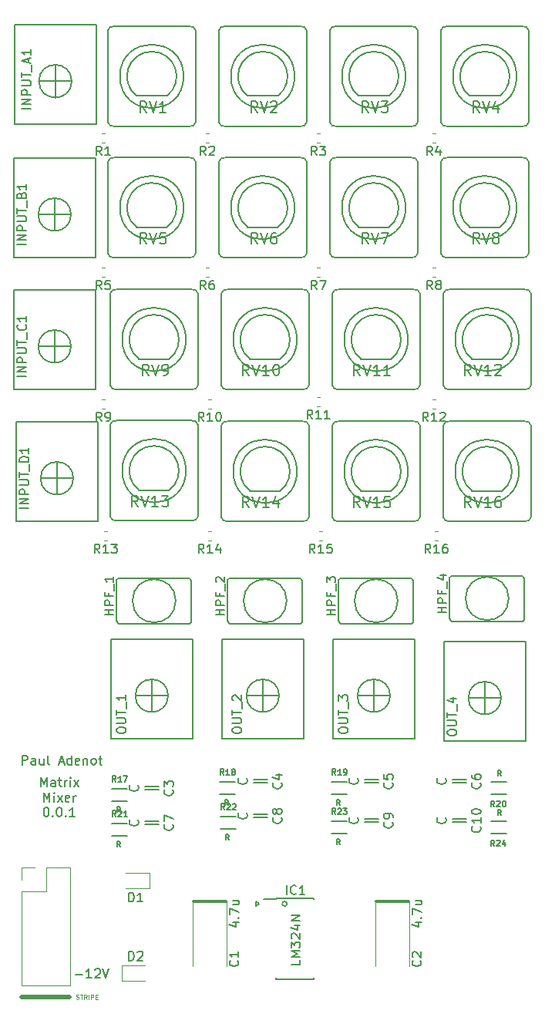
<source format=gbr>
G04 #@! TF.GenerationSoftware,KiCad,Pcbnew,(5.1.2-1)-1*
G04 #@! TF.CreationDate,2019-06-07T14:52:31+02:00*
G04 #@! TF.ProjectId,matrix-mixer-smt,6d617472-6978-42d6-9d69-7865722d736d,rev?*
G04 #@! TF.SameCoordinates,Original*
G04 #@! TF.FileFunction,Legend,Top*
G04 #@! TF.FilePolarity,Positive*
%FSLAX46Y46*%
G04 Gerber Fmt 4.6, Leading zero omitted, Abs format (unit mm)*
G04 Created by KiCad (PCBNEW (5.1.2-1)-1) date 2019-06-07 14:52:31*
%MOMM*%
%LPD*%
G04 APERTURE LIST*
%ADD10C,0.150000*%
%ADD11C,0.127000*%
%ADD12C,0.500000*%
%ADD13C,0.120000*%
%ADD14C,0.300000*%
%ADD15C,0.152400*%
%ADD16C,0.125000*%
G04 APERTURE END LIST*
D10*
X57158190Y-139264380D02*
X57158190Y-138264380D01*
X57491523Y-138978666D01*
X57824857Y-138264380D01*
X57824857Y-139264380D01*
X58729619Y-139264380D02*
X58729619Y-138740571D01*
X58682000Y-138645333D01*
X58586761Y-138597714D01*
X58396285Y-138597714D01*
X58301047Y-138645333D01*
X58729619Y-139216761D02*
X58634380Y-139264380D01*
X58396285Y-139264380D01*
X58301047Y-139216761D01*
X58253428Y-139121523D01*
X58253428Y-139026285D01*
X58301047Y-138931047D01*
X58396285Y-138883428D01*
X58634380Y-138883428D01*
X58729619Y-138835809D01*
X59062952Y-138597714D02*
X59443904Y-138597714D01*
X59205809Y-138264380D02*
X59205809Y-139121523D01*
X59253428Y-139216761D01*
X59348666Y-139264380D01*
X59443904Y-139264380D01*
X59777238Y-139264380D02*
X59777238Y-138597714D01*
X59777238Y-138788190D02*
X59824857Y-138692952D01*
X59872476Y-138645333D01*
X59967714Y-138597714D01*
X60062952Y-138597714D01*
X60396285Y-139264380D02*
X60396285Y-138597714D01*
X60396285Y-138264380D02*
X60348666Y-138312000D01*
X60396285Y-138359619D01*
X60443904Y-138312000D01*
X60396285Y-138264380D01*
X60396285Y-138359619D01*
X60777238Y-139264380D02*
X61301047Y-138597714D01*
X60777238Y-138597714D02*
X61301047Y-139264380D01*
X57467714Y-140914380D02*
X57467714Y-139914380D01*
X57801047Y-140628666D01*
X58134380Y-139914380D01*
X58134380Y-140914380D01*
X58610571Y-140914380D02*
X58610571Y-140247714D01*
X58610571Y-139914380D02*
X58562952Y-139962000D01*
X58610571Y-140009619D01*
X58658190Y-139962000D01*
X58610571Y-139914380D01*
X58610571Y-140009619D01*
X58991523Y-140914380D02*
X59515333Y-140247714D01*
X58991523Y-140247714D02*
X59515333Y-140914380D01*
X60277238Y-140866761D02*
X60182000Y-140914380D01*
X59991523Y-140914380D01*
X59896285Y-140866761D01*
X59848666Y-140771523D01*
X59848666Y-140390571D01*
X59896285Y-140295333D01*
X59991523Y-140247714D01*
X60182000Y-140247714D01*
X60277238Y-140295333D01*
X60324857Y-140390571D01*
X60324857Y-140485809D01*
X59848666Y-140581047D01*
X60753428Y-140914380D02*
X60753428Y-140247714D01*
X60753428Y-140438190D02*
X60801047Y-140342952D01*
X60848666Y-140295333D01*
X60943904Y-140247714D01*
X61039142Y-140247714D01*
X57705809Y-141564380D02*
X57801047Y-141564380D01*
X57896285Y-141612000D01*
X57943904Y-141659619D01*
X57991523Y-141754857D01*
X58039142Y-141945333D01*
X58039142Y-142183428D01*
X57991523Y-142373904D01*
X57943904Y-142469142D01*
X57896285Y-142516761D01*
X57801047Y-142564380D01*
X57705809Y-142564380D01*
X57610571Y-142516761D01*
X57562952Y-142469142D01*
X57515333Y-142373904D01*
X57467714Y-142183428D01*
X57467714Y-141945333D01*
X57515333Y-141754857D01*
X57562952Y-141659619D01*
X57610571Y-141612000D01*
X57705809Y-141564380D01*
X58467714Y-142469142D02*
X58515333Y-142516761D01*
X58467714Y-142564380D01*
X58420095Y-142516761D01*
X58467714Y-142469142D01*
X58467714Y-142564380D01*
X59134380Y-141564380D02*
X59229619Y-141564380D01*
X59324857Y-141612000D01*
X59372476Y-141659619D01*
X59420095Y-141754857D01*
X59467714Y-141945333D01*
X59467714Y-142183428D01*
X59420095Y-142373904D01*
X59372476Y-142469142D01*
X59324857Y-142516761D01*
X59229619Y-142564380D01*
X59134380Y-142564380D01*
X59039142Y-142516761D01*
X58991523Y-142469142D01*
X58943904Y-142373904D01*
X58896285Y-142183428D01*
X58896285Y-141945333D01*
X58943904Y-141754857D01*
X58991523Y-141659619D01*
X59039142Y-141612000D01*
X59134380Y-141564380D01*
X59896285Y-142469142D02*
X59943904Y-142516761D01*
X59896285Y-142564380D01*
X59848666Y-142516761D01*
X59896285Y-142469142D01*
X59896285Y-142564380D01*
X60896285Y-142564380D02*
X60324857Y-142564380D01*
X60610571Y-142564380D02*
X60610571Y-141564380D01*
X60515333Y-141707238D01*
X60420095Y-141802476D01*
X60324857Y-141850095D01*
X55126476Y-136850380D02*
X55126476Y-135850380D01*
X55507428Y-135850380D01*
X55602666Y-135898000D01*
X55650285Y-135945619D01*
X55697904Y-136040857D01*
X55697904Y-136183714D01*
X55650285Y-136278952D01*
X55602666Y-136326571D01*
X55507428Y-136374190D01*
X55126476Y-136374190D01*
X56555047Y-136850380D02*
X56555047Y-136326571D01*
X56507428Y-136231333D01*
X56412190Y-136183714D01*
X56221714Y-136183714D01*
X56126476Y-136231333D01*
X56555047Y-136802761D02*
X56459809Y-136850380D01*
X56221714Y-136850380D01*
X56126476Y-136802761D01*
X56078857Y-136707523D01*
X56078857Y-136612285D01*
X56126476Y-136517047D01*
X56221714Y-136469428D01*
X56459809Y-136469428D01*
X56555047Y-136421809D01*
X57459809Y-136183714D02*
X57459809Y-136850380D01*
X57031238Y-136183714D02*
X57031238Y-136707523D01*
X57078857Y-136802761D01*
X57174095Y-136850380D01*
X57316952Y-136850380D01*
X57412190Y-136802761D01*
X57459809Y-136755142D01*
X58078857Y-136850380D02*
X57983619Y-136802761D01*
X57936000Y-136707523D01*
X57936000Y-135850380D01*
X59174095Y-136564666D02*
X59650285Y-136564666D01*
X59078857Y-136850380D02*
X59412190Y-135850380D01*
X59745523Y-136850380D01*
X60507428Y-136850380D02*
X60507428Y-135850380D01*
X60507428Y-136802761D02*
X60412190Y-136850380D01*
X60221714Y-136850380D01*
X60126476Y-136802761D01*
X60078857Y-136755142D01*
X60031238Y-136659904D01*
X60031238Y-136374190D01*
X60078857Y-136278952D01*
X60126476Y-136231333D01*
X60221714Y-136183714D01*
X60412190Y-136183714D01*
X60507428Y-136231333D01*
X61364571Y-136802761D02*
X61269333Y-136850380D01*
X61078857Y-136850380D01*
X60983619Y-136802761D01*
X60936000Y-136707523D01*
X60936000Y-136326571D01*
X60983619Y-136231333D01*
X61078857Y-136183714D01*
X61269333Y-136183714D01*
X61364571Y-136231333D01*
X61412190Y-136326571D01*
X61412190Y-136421809D01*
X60936000Y-136517047D01*
X61840761Y-136183714D02*
X61840761Y-136850380D01*
X61840761Y-136278952D02*
X61888380Y-136231333D01*
X61983619Y-136183714D01*
X62126476Y-136183714D01*
X62221714Y-136231333D01*
X62269333Y-136326571D01*
X62269333Y-136850380D01*
X62888380Y-136850380D02*
X62793142Y-136802761D01*
X62745523Y-136755142D01*
X62697904Y-136659904D01*
X62697904Y-136374190D01*
X62745523Y-136278952D01*
X62793142Y-136231333D01*
X62888380Y-136183714D01*
X63031238Y-136183714D01*
X63126476Y-136231333D01*
X63174095Y-136278952D01*
X63221714Y-136374190D01*
X63221714Y-136659904D01*
X63174095Y-136755142D01*
X63126476Y-136802761D01*
X63031238Y-136850380D01*
X62888380Y-136850380D01*
X63507428Y-136183714D02*
X63888380Y-136183714D01*
X63650285Y-135850380D02*
X63650285Y-136707523D01*
X63697904Y-136802761D01*
X63793142Y-136850380D01*
X63888380Y-136850380D01*
X54174000Y-84732000D02*
X63174000Y-84732000D01*
X54174000Y-95632000D02*
X63174000Y-95632000D01*
X54174000Y-84732000D02*
X54174000Y-95632000D01*
X63174000Y-84732000D02*
X63174000Y-95632000D01*
X60474000Y-90932000D02*
G75*
G03X60474000Y-90932000I-1800000J0D01*
G01*
X58674000Y-89132000D02*
X58674000Y-92732000D01*
X56874000Y-90932000D02*
X60474000Y-90932000D01*
X104521000Y-106807000D02*
X107823000Y-106807000D01*
X107823000Y-106807000D02*
G75*
G03X104521000Y-106807000I-1651000J2159000D01*
G01*
D11*
X111026163Y-109639943D02*
X111026163Y-99659743D01*
X110262263Y-99149843D02*
G75*
G02X111026163Y-99659743I127000J-636900D01*
G01*
X110262263Y-99149843D02*
X102082063Y-99149843D01*
X101318163Y-99659743D02*
G75*
G02X102082063Y-99149843I636900J-127000D01*
G01*
X101318163Y-99659743D02*
X101318163Y-109639943D01*
X102082063Y-110149843D02*
G75*
G02X101318163Y-109639943I-127000J636900D01*
G01*
X102082063Y-110149843D02*
X110262263Y-110149843D01*
X111026163Y-109639943D02*
G75*
G02X110262263Y-110149843I-636900J127000D01*
G01*
X109672163Y-104649843D02*
G75*
G03X109672163Y-104649843I-3500000J0D01*
G01*
X97480163Y-104649843D02*
G75*
G03X97480163Y-104649843I-3500000J0D01*
G01*
X98834163Y-109639943D02*
G75*
G02X98070263Y-110149843I-636900J127000D01*
G01*
X89890063Y-110149843D02*
X98070263Y-110149843D01*
X89890063Y-110149843D02*
G75*
G02X89126163Y-109639943I-127000J636900D01*
G01*
X89126163Y-99659743D02*
X89126163Y-109639943D01*
X89126163Y-99659743D02*
G75*
G02X89890063Y-99149843I636900J-127000D01*
G01*
X98070263Y-99149843D02*
X89890063Y-99149843D01*
X98070263Y-99149843D02*
G75*
G02X98834163Y-99659743I127000J-636900D01*
G01*
X98834163Y-109639943D02*
X98834163Y-99659743D01*
D10*
X95631000Y-106807000D02*
G75*
G03X92329000Y-106807000I-1651000J2159000D01*
G01*
X92329000Y-106807000D02*
X95631000Y-106807000D01*
D11*
X85288163Y-104649843D02*
G75*
G03X85288163Y-104649843I-3500000J0D01*
G01*
X86642163Y-109639943D02*
G75*
G02X85878263Y-110149843I-636900J127000D01*
G01*
X77698063Y-110149843D02*
X85878263Y-110149843D01*
X77698063Y-110149843D02*
G75*
G02X76934163Y-109639943I-127000J636900D01*
G01*
X76934163Y-99659743D02*
X76934163Y-109639943D01*
X76934163Y-99659743D02*
G75*
G02X77698063Y-99149843I636900J-127000D01*
G01*
X85878263Y-99149843D02*
X77698063Y-99149843D01*
X85878263Y-99149843D02*
G75*
G02X86642163Y-99659743I127000J-636900D01*
G01*
X86642163Y-109639943D02*
X86642163Y-99659743D01*
D10*
X83439000Y-106807000D02*
G75*
G03X80137000Y-106807000I-1651000J2159000D01*
G01*
X80137000Y-106807000D02*
X83439000Y-106807000D01*
X67945000Y-106730800D02*
X71247000Y-106730800D01*
X71247000Y-106730800D02*
G75*
G03X67945000Y-106730800I-1651000J2159000D01*
G01*
D11*
X74450163Y-109563743D02*
X74450163Y-99583543D01*
X73686263Y-99073643D02*
G75*
G02X74450163Y-99583543I127000J-636900D01*
G01*
X73686263Y-99073643D02*
X65506063Y-99073643D01*
X64742163Y-99583543D02*
G75*
G02X65506063Y-99073643I636900J-127000D01*
G01*
X64742163Y-99583543D02*
X64742163Y-109563743D01*
X65506063Y-110073643D02*
G75*
G02X64742163Y-109563743I-127000J636900D01*
G01*
X65506063Y-110073643D02*
X73686263Y-110073643D01*
X74450163Y-109563743D02*
G75*
G02X73686263Y-110073643I-636900J127000D01*
G01*
X73096163Y-104573643D02*
G75*
G03X73096163Y-104573643I-3500000J0D01*
G01*
D10*
X104521000Y-92329000D02*
X107823000Y-92329000D01*
X107823000Y-92329000D02*
G75*
G03X104521000Y-92329000I-1651000J2159000D01*
G01*
D11*
X111026163Y-95161943D02*
X111026163Y-85181743D01*
X110262263Y-84671843D02*
G75*
G02X111026163Y-85181743I127000J-636900D01*
G01*
X110262263Y-84671843D02*
X102082063Y-84671843D01*
X101318163Y-85181743D02*
G75*
G02X102082063Y-84671843I636900J-127000D01*
G01*
X101318163Y-85181743D02*
X101318163Y-95161943D01*
X102082063Y-95671843D02*
G75*
G02X101318163Y-95161943I-127000J636900D01*
G01*
X102082063Y-95671843D02*
X110262263Y-95671843D01*
X111026163Y-95161943D02*
G75*
G02X110262263Y-95671843I-636900J127000D01*
G01*
X109672163Y-90171843D02*
G75*
G03X109672163Y-90171843I-3500000J0D01*
G01*
X97480163Y-90171843D02*
G75*
G03X97480163Y-90171843I-3500000J0D01*
G01*
X98834163Y-95161943D02*
G75*
G02X98070263Y-95671843I-636900J127000D01*
G01*
X89890063Y-95671843D02*
X98070263Y-95671843D01*
X89890063Y-95671843D02*
G75*
G02X89126163Y-95161943I-127000J636900D01*
G01*
X89126163Y-85181743D02*
X89126163Y-95161943D01*
X89126163Y-85181743D02*
G75*
G02X89890063Y-84671843I636900J-127000D01*
G01*
X98070263Y-84671843D02*
X89890063Y-84671843D01*
X98070263Y-84671843D02*
G75*
G02X98834163Y-85181743I127000J-636900D01*
G01*
X98834163Y-95161943D02*
X98834163Y-85181743D01*
D10*
X95631000Y-92329000D02*
G75*
G03X92329000Y-92329000I-1651000J2159000D01*
G01*
X92329000Y-92329000D02*
X95631000Y-92329000D01*
D11*
X85288163Y-90171843D02*
G75*
G03X85288163Y-90171843I-3500000J0D01*
G01*
X86642163Y-95161943D02*
G75*
G02X85878263Y-95671843I-636900J127000D01*
G01*
X77698063Y-95671843D02*
X85878263Y-95671843D01*
X77698063Y-95671843D02*
G75*
G02X76934163Y-95161943I-127000J636900D01*
G01*
X76934163Y-85181743D02*
X76934163Y-95161943D01*
X76934163Y-85181743D02*
G75*
G02X77698063Y-84671843I636900J-127000D01*
G01*
X85878263Y-84671843D02*
X77698063Y-84671843D01*
X85878263Y-84671843D02*
G75*
G02X86642163Y-85181743I127000J-636900D01*
G01*
X86642163Y-95161943D02*
X86642163Y-85181743D01*
D10*
X83439000Y-92329000D02*
G75*
G03X80137000Y-92329000I-1651000J2159000D01*
G01*
X80137000Y-92329000D02*
X83439000Y-92329000D01*
X67945000Y-92329000D02*
X71247000Y-92329000D01*
X71247000Y-92329000D02*
G75*
G03X67945000Y-92329000I-1651000J2159000D01*
G01*
D11*
X74450163Y-95161943D02*
X74450163Y-85181743D01*
X73686263Y-84671843D02*
G75*
G02X74450163Y-85181743I127000J-636900D01*
G01*
X73686263Y-84671843D02*
X65506063Y-84671843D01*
X64742163Y-85181743D02*
G75*
G02X65506063Y-84671843I636900J-127000D01*
G01*
X64742163Y-85181743D02*
X64742163Y-95161943D01*
X65506063Y-95671843D02*
G75*
G02X64742163Y-95161943I-127000J636900D01*
G01*
X65506063Y-95671843D02*
X73686263Y-95671843D01*
X74450163Y-95161943D02*
G75*
G02X73686263Y-95671843I-636900J127000D01*
G01*
X73096163Y-90171843D02*
G75*
G03X73096163Y-90171843I-3500000J0D01*
G01*
D10*
X104267000Y-77851000D02*
X107569000Y-77851000D01*
X107569000Y-77851000D02*
G75*
G03X104267000Y-77851000I-1651000J2159000D01*
G01*
D11*
X110772163Y-80683943D02*
X110772163Y-70703743D01*
X110008263Y-70193843D02*
G75*
G02X110772163Y-70703743I127000J-636900D01*
G01*
X110008263Y-70193843D02*
X101828063Y-70193843D01*
X101064163Y-70703743D02*
G75*
G02X101828063Y-70193843I636900J-127000D01*
G01*
X101064163Y-70703743D02*
X101064163Y-80683943D01*
X101828063Y-81193843D02*
G75*
G02X101064163Y-80683943I-127000J636900D01*
G01*
X101828063Y-81193843D02*
X110008263Y-81193843D01*
X110772163Y-80683943D02*
G75*
G02X110008263Y-81193843I-636900J127000D01*
G01*
X109418163Y-75693843D02*
G75*
G03X109418163Y-75693843I-3500000J0D01*
G01*
X97226163Y-75693843D02*
G75*
G03X97226163Y-75693843I-3500000J0D01*
G01*
X98580163Y-80683943D02*
G75*
G02X97816263Y-81193843I-636900J127000D01*
G01*
X89636063Y-81193843D02*
X97816263Y-81193843D01*
X89636063Y-81193843D02*
G75*
G02X88872163Y-80683943I-127000J636900D01*
G01*
X88872163Y-70703743D02*
X88872163Y-80683943D01*
X88872163Y-70703743D02*
G75*
G02X89636063Y-70193843I636900J-127000D01*
G01*
X97816263Y-70193843D02*
X89636063Y-70193843D01*
X97816263Y-70193843D02*
G75*
G02X98580163Y-70703743I127000J-636900D01*
G01*
X98580163Y-80683943D02*
X98580163Y-70703743D01*
D10*
X95377000Y-77851000D02*
G75*
G03X92075000Y-77851000I-1651000J2159000D01*
G01*
X92075000Y-77851000D02*
X95377000Y-77851000D01*
X79883000Y-77851000D02*
X83185000Y-77851000D01*
X83185000Y-77851000D02*
G75*
G03X79883000Y-77851000I-1651000J2159000D01*
G01*
D11*
X86388163Y-80683943D02*
X86388163Y-70703743D01*
X85624263Y-70193843D02*
G75*
G02X86388163Y-70703743I127000J-636900D01*
G01*
X85624263Y-70193843D02*
X77444063Y-70193843D01*
X76680163Y-70703743D02*
G75*
G02X77444063Y-70193843I636900J-127000D01*
G01*
X76680163Y-70703743D02*
X76680163Y-80683943D01*
X77444063Y-81193843D02*
G75*
G02X76680163Y-80683943I-127000J636900D01*
G01*
X77444063Y-81193843D02*
X85624263Y-81193843D01*
X86388163Y-80683943D02*
G75*
G02X85624263Y-81193843I-636900J127000D01*
G01*
X85034163Y-75693843D02*
G75*
G03X85034163Y-75693843I-3500000J0D01*
G01*
X72842163Y-75693843D02*
G75*
G03X72842163Y-75693843I-3500000J0D01*
G01*
X74196163Y-80683943D02*
G75*
G02X73432263Y-81193843I-636900J127000D01*
G01*
X65252063Y-81193843D02*
X73432263Y-81193843D01*
X65252063Y-81193843D02*
G75*
G02X64488163Y-80683943I-127000J636900D01*
G01*
X64488163Y-70703743D02*
X64488163Y-80683943D01*
X64488163Y-70703743D02*
G75*
G02X65252063Y-70193843I636900J-127000D01*
G01*
X73432263Y-70193843D02*
X65252063Y-70193843D01*
X73432263Y-70193843D02*
G75*
G02X74196163Y-70703743I127000J-636900D01*
G01*
X74196163Y-80683943D02*
X74196163Y-70703743D01*
D10*
X70993000Y-77851000D02*
G75*
G03X67691000Y-77851000I-1651000J2159000D01*
G01*
X67691000Y-77851000D02*
X70993000Y-77851000D01*
D11*
X109418163Y-61278414D02*
G75*
G03X109418163Y-61278414I-3500000J0D01*
G01*
X110772163Y-66268514D02*
G75*
G02X110008263Y-66778414I-636900J127000D01*
G01*
X101828063Y-66778414D02*
X110008263Y-66778414D01*
X101828063Y-66778414D02*
G75*
G02X101064163Y-66268514I-127000J636900D01*
G01*
X101064163Y-56288314D02*
X101064163Y-66268514D01*
X101064163Y-56288314D02*
G75*
G02X101828063Y-55778414I636900J-127000D01*
G01*
X110008263Y-55778414D02*
X101828063Y-55778414D01*
X110008263Y-55778414D02*
G75*
G02X110772163Y-56288314I127000J-636900D01*
G01*
X110772163Y-66268514D02*
X110772163Y-56288314D01*
D10*
X107569000Y-63435571D02*
G75*
G03X104267000Y-63435571I-1651000J2159000D01*
G01*
X104267000Y-63435571D02*
X107569000Y-63435571D01*
X92075000Y-63435571D02*
X95377000Y-63435571D01*
X95377000Y-63435571D02*
G75*
G03X92075000Y-63435571I-1651000J2159000D01*
G01*
D11*
X98580163Y-66268514D02*
X98580163Y-56288314D01*
X97816263Y-55778414D02*
G75*
G02X98580163Y-56288314I127000J-636900D01*
G01*
X97816263Y-55778414D02*
X89636063Y-55778414D01*
X88872163Y-56288314D02*
G75*
G02X89636063Y-55778414I636900J-127000D01*
G01*
X88872163Y-56288314D02*
X88872163Y-66268514D01*
X89636063Y-66778414D02*
G75*
G02X88872163Y-66268514I-127000J636900D01*
G01*
X89636063Y-66778414D02*
X97816263Y-66778414D01*
X98580163Y-66268514D02*
G75*
G02X97816263Y-66778414I-636900J127000D01*
G01*
X97226163Y-61278414D02*
G75*
G03X97226163Y-61278414I-3500000J0D01*
G01*
D10*
X79883000Y-63435571D02*
X83185000Y-63435571D01*
X83185000Y-63435571D02*
G75*
G03X79883000Y-63435571I-1651000J2159000D01*
G01*
D11*
X86388163Y-66268514D02*
X86388163Y-56288314D01*
X85624263Y-55778414D02*
G75*
G02X86388163Y-56288314I127000J-636900D01*
G01*
X85624263Y-55778414D02*
X77444063Y-55778414D01*
X76680163Y-56288314D02*
G75*
G02X77444063Y-55778414I636900J-127000D01*
G01*
X76680163Y-56288314D02*
X76680163Y-66268514D01*
X77444063Y-66778414D02*
G75*
G02X76680163Y-66268514I-127000J636900D01*
G01*
X77444063Y-66778414D02*
X85624263Y-66778414D01*
X86388163Y-66268514D02*
G75*
G02X85624263Y-66778414I-636900J127000D01*
G01*
X85034163Y-61278414D02*
G75*
G03X85034163Y-61278414I-3500000J0D01*
G01*
X72842163Y-61278414D02*
G75*
G03X72842163Y-61278414I-3500000J0D01*
G01*
X74196163Y-66268514D02*
G75*
G02X73432263Y-66778414I-636900J127000D01*
G01*
X65252063Y-66778414D02*
X73432263Y-66778414D01*
X65252063Y-66778414D02*
G75*
G02X64488163Y-66268514I-127000J636900D01*
G01*
X64488163Y-56288314D02*
X64488163Y-66268514D01*
X64488163Y-56288314D02*
G75*
G02X65252063Y-55778414I636900J-127000D01*
G01*
X73432263Y-55778414D02*
X65252063Y-55778414D01*
X73432263Y-55778414D02*
G75*
G02X74196163Y-56288314I127000J-636900D01*
G01*
X74196163Y-66268514D02*
X74196163Y-56288314D01*
D10*
X70993000Y-63435571D02*
G75*
G03X67691000Y-63435571I-1651000J2159000D01*
G01*
X67691000Y-63435571D02*
X70993000Y-63435571D01*
X104118000Y-129540000D02*
X107718000Y-129540000D01*
X105918000Y-127740000D02*
X105918000Y-131340000D01*
X107718000Y-129540000D02*
G75*
G03X107718000Y-129540000I-1800000J0D01*
G01*
X110418000Y-123340000D02*
X110418000Y-134240000D01*
X101418000Y-123340000D02*
X101418000Y-134240000D01*
X101418000Y-134240000D02*
X110418000Y-134240000D01*
X101418000Y-123340000D02*
X110418000Y-123340000D01*
X89226000Y-123086000D02*
X98226000Y-123086000D01*
X89226000Y-133986000D02*
X98226000Y-133986000D01*
X89226000Y-123086000D02*
X89226000Y-133986000D01*
X98226000Y-123086000D02*
X98226000Y-133986000D01*
X95526000Y-129286000D02*
G75*
G03X95526000Y-129286000I-1800000J0D01*
G01*
X93726000Y-127486000D02*
X93726000Y-131086000D01*
X91926000Y-129286000D02*
X95526000Y-129286000D01*
X77034000Y-123086000D02*
X86034000Y-123086000D01*
X77034000Y-133986000D02*
X86034000Y-133986000D01*
X77034000Y-123086000D02*
X77034000Y-133986000D01*
X86034000Y-123086000D02*
X86034000Y-133986000D01*
X83334000Y-129286000D02*
G75*
G03X83334000Y-129286000I-1800000J0D01*
G01*
X81534000Y-127486000D02*
X81534000Y-131086000D01*
X79734000Y-129286000D02*
X83334000Y-129286000D01*
X64842000Y-123086000D02*
X73842000Y-123086000D01*
X64842000Y-133986000D02*
X73842000Y-133986000D01*
X64842000Y-123086000D02*
X64842000Y-133986000D01*
X73842000Y-123086000D02*
X73842000Y-133986000D01*
X71142000Y-129286000D02*
G75*
G03X71142000Y-129286000I-1800000J0D01*
G01*
X69342000Y-127486000D02*
X69342000Y-131086000D01*
X67542000Y-129286000D02*
X71142000Y-129286000D01*
X57128000Y-105410000D02*
X60728000Y-105410000D01*
X58928000Y-103610000D02*
X58928000Y-107210000D01*
X60728000Y-105410000D02*
G75*
G03X60728000Y-105410000I-1800000J0D01*
G01*
X63428000Y-99210000D02*
X63428000Y-110110000D01*
X54428000Y-99210000D02*
X54428000Y-110110000D01*
X54428000Y-110110000D02*
X63428000Y-110110000D01*
X54428000Y-99210000D02*
X63428000Y-99210000D01*
X54174000Y-70254000D02*
X63174000Y-70254000D01*
X54174000Y-81154000D02*
X63174000Y-81154000D01*
X54174000Y-70254000D02*
X54174000Y-81154000D01*
X63174000Y-70254000D02*
X63174000Y-81154000D01*
X60474000Y-76454000D02*
G75*
G03X60474000Y-76454000I-1800000J0D01*
G01*
X58674000Y-74654000D02*
X58674000Y-78254000D01*
X56874000Y-76454000D02*
X60474000Y-76454000D01*
X54248000Y-55610514D02*
X63248000Y-55610514D01*
X54248000Y-66510514D02*
X63248000Y-66510514D01*
X54248000Y-55610514D02*
X54248000Y-66510514D01*
X63248000Y-55610514D02*
X63248000Y-66510514D01*
X60548000Y-61810514D02*
G75*
G03X60548000Y-61810514I-1800000J0D01*
G01*
X58748000Y-60010514D02*
X58748000Y-63610514D01*
X56948000Y-61810514D02*
X60548000Y-61810514D01*
D12*
X55075000Y-162369500D02*
X60325000Y-162369500D01*
D13*
X55074000Y-150794000D02*
X55074000Y-161074000D01*
X55074000Y-161074000D02*
X60394000Y-161074000D01*
X60394000Y-161074000D02*
X60394000Y-148134000D01*
X60394000Y-148134000D02*
X57734000Y-148134000D01*
X57734000Y-148134000D02*
X57734000Y-150794000D01*
X57734000Y-150794000D02*
X55074000Y-150794000D01*
X55074000Y-149524000D02*
X55074000Y-148134000D01*
X55074000Y-148134000D02*
X56464000Y-148134000D01*
D14*
X77452000Y-151886000D02*
X73932000Y-151886000D01*
D13*
X73842000Y-151856000D02*
X73842000Y-158956000D01*
X77542000Y-151856000D02*
X77542000Y-158956000D01*
X97608000Y-151856000D02*
X97608000Y-158956000D01*
X93908000Y-151856000D02*
X93908000Y-158956000D01*
D14*
X97518000Y-151886000D02*
X93998000Y-151886000D01*
D10*
X83005000Y-151614000D02*
X81630000Y-151614000D01*
X83005000Y-160389000D02*
X87155000Y-160389000D01*
X83005000Y-151509000D02*
X87155000Y-151509000D01*
X83005000Y-160389000D02*
X83005000Y-160284000D01*
X87155000Y-160389000D02*
X87155000Y-160284000D01*
X87155000Y-151509000D02*
X87155000Y-151614000D01*
X83005000Y-151509000D02*
X83005000Y-151614000D01*
X84191000Y-152139000D02*
G75*
G03X84191000Y-152139000I-254000J0D01*
G01*
X80762000Y-151844000D02*
X81143000Y-152098000D01*
X81143000Y-152098000D02*
X80762000Y-152352000D01*
X80762000Y-152352000D02*
X80762000Y-151844000D01*
D13*
X64170779Y-67562000D02*
X63845221Y-67562000D01*
X64170779Y-68582000D02*
X63845221Y-68582000D01*
X75600779Y-68582000D02*
X75275221Y-68582000D01*
X75600779Y-67562000D02*
X75275221Y-67562000D01*
X87792779Y-67562000D02*
X87467221Y-67562000D01*
X87792779Y-68582000D02*
X87467221Y-68582000D01*
X100492779Y-68582000D02*
X100167221Y-68582000D01*
X100492779Y-67562000D02*
X100167221Y-67562000D01*
X64170779Y-83314000D02*
X63845221Y-83314000D01*
X64170779Y-82294000D02*
X63845221Y-82294000D01*
X75600779Y-82294000D02*
X75275221Y-82294000D01*
X75600779Y-83314000D02*
X75275221Y-83314000D01*
X87792779Y-82294000D02*
X87467221Y-82294000D01*
X87792779Y-83314000D02*
X87467221Y-83314000D01*
X100492779Y-83314000D02*
X100167221Y-83314000D01*
X100492779Y-82294000D02*
X100167221Y-82294000D01*
X64170779Y-96772000D02*
X63845221Y-96772000D01*
X64170779Y-97792000D02*
X63845221Y-97792000D01*
X75854779Y-97792000D02*
X75529221Y-97792000D01*
X75854779Y-96772000D02*
X75529221Y-96772000D01*
X87792779Y-97538000D02*
X87467221Y-97538000D01*
X87792779Y-96518000D02*
X87467221Y-96518000D01*
X100492779Y-96772000D02*
X100167221Y-96772000D01*
X100492779Y-97792000D02*
X100167221Y-97792000D01*
X64424779Y-111250000D02*
X64099221Y-111250000D01*
X64424779Y-112270000D02*
X64099221Y-112270000D01*
X75854779Y-112270000D02*
X75529221Y-112270000D01*
X75854779Y-111250000D02*
X75529221Y-111250000D01*
X88046779Y-111250000D02*
X87721221Y-111250000D01*
X88046779Y-112270000D02*
X87721221Y-112270000D01*
X100746779Y-112270000D02*
X100421221Y-112270000D01*
X100746779Y-111250000D02*
X100421221Y-111250000D01*
D10*
X68592000Y-139596000D02*
X70092000Y-139596000D01*
X70092000Y-139296000D02*
X68592000Y-139296000D01*
X80530000Y-138834000D02*
X82030000Y-138834000D01*
X82030000Y-138534000D02*
X80530000Y-138534000D01*
X92722000Y-138834000D02*
X94222000Y-138834000D01*
X94222000Y-138534000D02*
X92722000Y-138534000D01*
X102374000Y-138834000D02*
X103874000Y-138834000D01*
X103874000Y-138534000D02*
X102374000Y-138534000D01*
X70092000Y-143106000D02*
X68592000Y-143106000D01*
X68592000Y-143406000D02*
X70092000Y-143406000D01*
X82030000Y-142344000D02*
X80530000Y-142344000D01*
X80530000Y-142644000D02*
X82030000Y-142644000D01*
X94222000Y-142852000D02*
X92722000Y-142852000D01*
X92722000Y-143152000D02*
X94222000Y-143152000D01*
X103874000Y-142852000D02*
X102374000Y-142852000D01*
X102374000Y-143152000D02*
X103874000Y-143152000D01*
D13*
X69064000Y-150456000D02*
X69064000Y-148756000D01*
X69064000Y-148756000D02*
X66514000Y-148756000D01*
X69064000Y-150456000D02*
X66514000Y-150456000D01*
X66064000Y-158916000D02*
X68614000Y-158916000D01*
X66064000Y-160616000D02*
X68614000Y-160616000D01*
X66064000Y-158916000D02*
X66064000Y-160616000D01*
D10*
X64936000Y-139508000D02*
X66636000Y-139508000D01*
X66636000Y-140908000D02*
X64936000Y-140908000D01*
X76786000Y-138746000D02*
X78486000Y-138746000D01*
X78486000Y-140146000D02*
X76786000Y-140146000D01*
X89066000Y-138746000D02*
X90766000Y-138746000D01*
X90766000Y-140146000D02*
X89066000Y-140146000D01*
X108292000Y-140146000D02*
X106592000Y-140146000D01*
X106592000Y-138746000D02*
X108292000Y-138746000D01*
X66636000Y-144718000D02*
X64936000Y-144718000D01*
X64936000Y-143318000D02*
X66636000Y-143318000D01*
X78574000Y-143956000D02*
X76874000Y-143956000D01*
X76874000Y-142556000D02*
X78574000Y-142556000D01*
X90766000Y-144464000D02*
X89066000Y-144464000D01*
X89066000Y-143064000D02*
X90766000Y-143064000D01*
X106592000Y-143064000D02*
X108292000Y-143064000D01*
X108292000Y-144464000D02*
X106592000Y-144464000D01*
D11*
X65495999Y-121017999D02*
G75*
G03X65750000Y-121382000I308901J-55070D01*
G01*
X65496000Y-121018000D02*
X65496000Y-116526000D01*
X65750000Y-116362000D02*
G75*
G03X65496000Y-116526000I-45000J-209000D01*
G01*
X65750000Y-116362000D02*
X73242000Y-116362000D01*
X73696000Y-116726000D02*
G75*
G03X73242000Y-116362000I-409000J-45000D01*
G01*
X73696000Y-116726000D02*
X73696000Y-121218000D01*
X73342000Y-121382001D02*
G75*
G03X73696000Y-121218000I95046J258901D01*
G01*
X73342000Y-121382000D02*
X65750000Y-121382000D01*
X71966000Y-118872000D02*
G75*
G03X71966000Y-118872000I-2370000J0D01*
G01*
X84158000Y-118872000D02*
G75*
G03X84158000Y-118872000I-2370000J0D01*
G01*
X85534000Y-121382000D02*
X77942000Y-121382000D01*
X85534000Y-121382001D02*
G75*
G03X85888000Y-121218000I95046J258901D01*
G01*
X85888000Y-116726000D02*
X85888000Y-121218000D01*
X85888000Y-116726000D02*
G75*
G03X85434000Y-116362000I-409000J-45000D01*
G01*
X77942000Y-116362000D02*
X85434000Y-116362000D01*
X77942000Y-116362000D02*
G75*
G03X77688000Y-116526000I-45000J-209000D01*
G01*
X77688000Y-121018000D02*
X77688000Y-116526000D01*
X77687999Y-121017999D02*
G75*
G03X77942000Y-121382000I308901J-55070D01*
G01*
X89879999Y-121017999D02*
G75*
G03X90134000Y-121382000I308901J-55070D01*
G01*
X89880000Y-121018000D02*
X89880000Y-116526000D01*
X90134000Y-116362000D02*
G75*
G03X89880000Y-116526000I-45000J-209000D01*
G01*
X90134000Y-116362000D02*
X97626000Y-116362000D01*
X98080000Y-116726000D02*
G75*
G03X97626000Y-116362000I-409000J-45000D01*
G01*
X98080000Y-116726000D02*
X98080000Y-121218000D01*
X97726000Y-121382001D02*
G75*
G03X98080000Y-121218000I95046J258901D01*
G01*
X97726000Y-121382000D02*
X90134000Y-121382000D01*
X96350000Y-118872000D02*
G75*
G03X96350000Y-118872000I-2370000J0D01*
G01*
X108542000Y-118618000D02*
G75*
G03X108542000Y-118618000I-2370000J0D01*
G01*
X109918000Y-121128000D02*
X102326000Y-121128000D01*
X109918000Y-121128001D02*
G75*
G03X110272000Y-120964000I95046J258901D01*
G01*
X110272000Y-116472000D02*
X110272000Y-120964000D01*
X110272000Y-116472000D02*
G75*
G03X109818000Y-116108000I-409000J-45000D01*
G01*
X102326000Y-116108000D02*
X109818000Y-116108000D01*
X102326000Y-116108000D02*
G75*
G03X102072000Y-116272000I-45000J-209000D01*
G01*
X102072000Y-120764000D02*
X102072000Y-116272000D01*
X102071999Y-120763999D02*
G75*
G03X102326000Y-121128000I308901J-55070D01*
G01*
D10*
X55570380Y-94217714D02*
X54570380Y-94217714D01*
X55570380Y-93741523D02*
X54570380Y-93741523D01*
X55570380Y-93170095D01*
X54570380Y-93170095D01*
X55570380Y-92693904D02*
X54570380Y-92693904D01*
X54570380Y-92312952D01*
X54618000Y-92217714D01*
X54665619Y-92170095D01*
X54760857Y-92122476D01*
X54903714Y-92122476D01*
X54998952Y-92170095D01*
X55046571Y-92217714D01*
X55094190Y-92312952D01*
X55094190Y-92693904D01*
X54570380Y-91693904D02*
X55379904Y-91693904D01*
X55475142Y-91646285D01*
X55522761Y-91598666D01*
X55570380Y-91503428D01*
X55570380Y-91312952D01*
X55522761Y-91217714D01*
X55475142Y-91170095D01*
X55379904Y-91122476D01*
X54570380Y-91122476D01*
X54570380Y-90789142D02*
X54570380Y-90217714D01*
X55570380Y-90503428D02*
X54570380Y-90503428D01*
X55665619Y-90122476D02*
X55665619Y-89360571D01*
X55475142Y-88551047D02*
X55522761Y-88598666D01*
X55570380Y-88741523D01*
X55570380Y-88836761D01*
X55522761Y-88979619D01*
X55427523Y-89074857D01*
X55332285Y-89122476D01*
X55141809Y-89170095D01*
X54998952Y-89170095D01*
X54808476Y-89122476D01*
X54713238Y-89074857D01*
X54618000Y-88979619D01*
X54570380Y-88836761D01*
X54570380Y-88741523D01*
X54618000Y-88598666D01*
X54665619Y-88551047D01*
X55570380Y-87598666D02*
X55570380Y-88170095D01*
X55570380Y-87884380D02*
X54570380Y-87884380D01*
X54713238Y-87979619D01*
X54808476Y-88074857D01*
X54856095Y-88170095D01*
D15*
X104415892Y-108603747D02*
X104013725Y-108029223D01*
X103726463Y-108603747D02*
X103726463Y-107397247D01*
X104186082Y-107397247D01*
X104300987Y-107454700D01*
X104358440Y-107512152D01*
X104415892Y-107627057D01*
X104415892Y-107799414D01*
X104358440Y-107914319D01*
X104300987Y-107971771D01*
X104186082Y-108029223D01*
X103726463Y-108029223D01*
X104760606Y-107397247D02*
X105162773Y-108603747D01*
X105564940Y-107397247D01*
X106599082Y-108603747D02*
X105909654Y-108603747D01*
X106254368Y-108603747D02*
X106254368Y-107397247D01*
X106139463Y-107569604D01*
X106024559Y-107684509D01*
X105909654Y-107741961D01*
X107633225Y-107397247D02*
X107403416Y-107397247D01*
X107288511Y-107454700D01*
X107231059Y-107512152D01*
X107116154Y-107684509D01*
X107058701Y-107914319D01*
X107058701Y-108373938D01*
X107116154Y-108488842D01*
X107173606Y-108546295D01*
X107288511Y-108603747D01*
X107518320Y-108603747D01*
X107633225Y-108546295D01*
X107690678Y-108488842D01*
X107748130Y-108373938D01*
X107748130Y-108086676D01*
X107690678Y-107971771D01*
X107633225Y-107914319D01*
X107518320Y-107856866D01*
X107288511Y-107856866D01*
X107173606Y-107914319D01*
X107116154Y-107971771D01*
X107058701Y-108086676D01*
X92223892Y-108603747D02*
X91821725Y-108029223D01*
X91534463Y-108603747D02*
X91534463Y-107397247D01*
X91994082Y-107397247D01*
X92108987Y-107454700D01*
X92166440Y-107512152D01*
X92223892Y-107627057D01*
X92223892Y-107799414D01*
X92166440Y-107914319D01*
X92108987Y-107971771D01*
X91994082Y-108029223D01*
X91534463Y-108029223D01*
X92568606Y-107397247D02*
X92970773Y-108603747D01*
X93372940Y-107397247D01*
X94407082Y-108603747D02*
X93717654Y-108603747D01*
X94062368Y-108603747D02*
X94062368Y-107397247D01*
X93947463Y-107569604D01*
X93832559Y-107684509D01*
X93717654Y-107741961D01*
X95498678Y-107397247D02*
X94924154Y-107397247D01*
X94866701Y-107971771D01*
X94924154Y-107914319D01*
X95039059Y-107856866D01*
X95326320Y-107856866D01*
X95441225Y-107914319D01*
X95498678Y-107971771D01*
X95556130Y-108086676D01*
X95556130Y-108373938D01*
X95498678Y-108488842D01*
X95441225Y-108546295D01*
X95326320Y-108603747D01*
X95039059Y-108603747D01*
X94924154Y-108546295D01*
X94866701Y-108488842D01*
X80031892Y-108603747D02*
X79629725Y-108029223D01*
X79342463Y-108603747D02*
X79342463Y-107397247D01*
X79802082Y-107397247D01*
X79916987Y-107454700D01*
X79974440Y-107512152D01*
X80031892Y-107627057D01*
X80031892Y-107799414D01*
X79974440Y-107914319D01*
X79916987Y-107971771D01*
X79802082Y-108029223D01*
X79342463Y-108029223D01*
X80376606Y-107397247D02*
X80778773Y-108603747D01*
X81180940Y-107397247D01*
X82215082Y-108603747D02*
X81525654Y-108603747D01*
X81870368Y-108603747D02*
X81870368Y-107397247D01*
X81755463Y-107569604D01*
X81640559Y-107684509D01*
X81525654Y-107741961D01*
X83249225Y-107799414D02*
X83249225Y-108603747D01*
X82961963Y-107339795D02*
X82674701Y-108201580D01*
X83421582Y-108201580D01*
X67839892Y-108527547D02*
X67437725Y-107953023D01*
X67150463Y-108527547D02*
X67150463Y-107321047D01*
X67610082Y-107321047D01*
X67724987Y-107378500D01*
X67782440Y-107435952D01*
X67839892Y-107550857D01*
X67839892Y-107723214D01*
X67782440Y-107838119D01*
X67724987Y-107895571D01*
X67610082Y-107953023D01*
X67150463Y-107953023D01*
X68184606Y-107321047D02*
X68586773Y-108527547D01*
X68988940Y-107321047D01*
X70023082Y-108527547D02*
X69333654Y-108527547D01*
X69678368Y-108527547D02*
X69678368Y-107321047D01*
X69563463Y-107493404D01*
X69448559Y-107608309D01*
X69333654Y-107665761D01*
X70425249Y-107321047D02*
X71172130Y-107321047D01*
X70769963Y-107780666D01*
X70942320Y-107780666D01*
X71057225Y-107838119D01*
X71114678Y-107895571D01*
X71172130Y-108010476D01*
X71172130Y-108297738D01*
X71114678Y-108412642D01*
X71057225Y-108470095D01*
X70942320Y-108527547D01*
X70597606Y-108527547D01*
X70482701Y-108470095D01*
X70425249Y-108412642D01*
X104415892Y-94125747D02*
X104013725Y-93551223D01*
X103726463Y-94125747D02*
X103726463Y-92919247D01*
X104186082Y-92919247D01*
X104300987Y-92976700D01*
X104358440Y-93034152D01*
X104415892Y-93149057D01*
X104415892Y-93321414D01*
X104358440Y-93436319D01*
X104300987Y-93493771D01*
X104186082Y-93551223D01*
X103726463Y-93551223D01*
X104760606Y-92919247D02*
X105162773Y-94125747D01*
X105564940Y-92919247D01*
X106599082Y-94125747D02*
X105909654Y-94125747D01*
X106254368Y-94125747D02*
X106254368Y-92919247D01*
X106139463Y-93091604D01*
X106024559Y-93206509D01*
X105909654Y-93263961D01*
X107058701Y-93034152D02*
X107116154Y-92976700D01*
X107231059Y-92919247D01*
X107518320Y-92919247D01*
X107633225Y-92976700D01*
X107690678Y-93034152D01*
X107748130Y-93149057D01*
X107748130Y-93263961D01*
X107690678Y-93436319D01*
X107001249Y-94125747D01*
X107748130Y-94125747D01*
X92223892Y-94125747D02*
X91821725Y-93551223D01*
X91534463Y-94125747D02*
X91534463Y-92919247D01*
X91994082Y-92919247D01*
X92108987Y-92976700D01*
X92166440Y-93034152D01*
X92223892Y-93149057D01*
X92223892Y-93321414D01*
X92166440Y-93436319D01*
X92108987Y-93493771D01*
X91994082Y-93551223D01*
X91534463Y-93551223D01*
X92568606Y-92919247D02*
X92970773Y-94125747D01*
X93372940Y-92919247D01*
X94407082Y-94125747D02*
X93717654Y-94125747D01*
X94062368Y-94125747D02*
X94062368Y-92919247D01*
X93947463Y-93091604D01*
X93832559Y-93206509D01*
X93717654Y-93263961D01*
X95556130Y-94125747D02*
X94866701Y-94125747D01*
X95211416Y-94125747D02*
X95211416Y-92919247D01*
X95096511Y-93091604D01*
X94981606Y-93206509D01*
X94866701Y-93263961D01*
X80031892Y-94125747D02*
X79629725Y-93551223D01*
X79342463Y-94125747D02*
X79342463Y-92919247D01*
X79802082Y-92919247D01*
X79916987Y-92976700D01*
X79974440Y-93034152D01*
X80031892Y-93149057D01*
X80031892Y-93321414D01*
X79974440Y-93436319D01*
X79916987Y-93493771D01*
X79802082Y-93551223D01*
X79342463Y-93551223D01*
X80376606Y-92919247D02*
X80778773Y-94125747D01*
X81180940Y-92919247D01*
X82215082Y-94125747D02*
X81525654Y-94125747D01*
X81870368Y-94125747D02*
X81870368Y-92919247D01*
X81755463Y-93091604D01*
X81640559Y-93206509D01*
X81525654Y-93263961D01*
X82961963Y-92919247D02*
X83076868Y-92919247D01*
X83191773Y-92976700D01*
X83249225Y-93034152D01*
X83306678Y-93149057D01*
X83364130Y-93378866D01*
X83364130Y-93666128D01*
X83306678Y-93895938D01*
X83249225Y-94010842D01*
X83191773Y-94068295D01*
X83076868Y-94125747D01*
X82961963Y-94125747D01*
X82847059Y-94068295D01*
X82789606Y-94010842D01*
X82732154Y-93895938D01*
X82674701Y-93666128D01*
X82674701Y-93378866D01*
X82732154Y-93149057D01*
X82789606Y-93034152D01*
X82847059Y-92976700D01*
X82961963Y-92919247D01*
X68988940Y-94125747D02*
X68586773Y-93551223D01*
X68299511Y-94125747D02*
X68299511Y-92919247D01*
X68759130Y-92919247D01*
X68874035Y-92976700D01*
X68931487Y-93034152D01*
X68988940Y-93149057D01*
X68988940Y-93321414D01*
X68931487Y-93436319D01*
X68874035Y-93493771D01*
X68759130Y-93551223D01*
X68299511Y-93551223D01*
X69333654Y-92919247D02*
X69735820Y-94125747D01*
X70137987Y-92919247D01*
X70597606Y-94125747D02*
X70827416Y-94125747D01*
X70942320Y-94068295D01*
X70999773Y-94010842D01*
X71114678Y-93838485D01*
X71172130Y-93608676D01*
X71172130Y-93149057D01*
X71114678Y-93034152D01*
X71057225Y-92976700D01*
X70942320Y-92919247D01*
X70712511Y-92919247D01*
X70597606Y-92976700D01*
X70540154Y-93034152D01*
X70482701Y-93149057D01*
X70482701Y-93436319D01*
X70540154Y-93551223D01*
X70597606Y-93608676D01*
X70712511Y-93666128D01*
X70942320Y-93666128D01*
X71057225Y-93608676D01*
X71114678Y-93551223D01*
X71172130Y-93436319D01*
X105310940Y-79647747D02*
X104908773Y-79073223D01*
X104621511Y-79647747D02*
X104621511Y-78441247D01*
X105081130Y-78441247D01*
X105196035Y-78498700D01*
X105253487Y-78556152D01*
X105310940Y-78671057D01*
X105310940Y-78843414D01*
X105253487Y-78958319D01*
X105196035Y-79015771D01*
X105081130Y-79073223D01*
X104621511Y-79073223D01*
X105655654Y-78441247D02*
X106057820Y-79647747D01*
X106459987Y-78441247D01*
X107034511Y-78958319D02*
X106919606Y-78900866D01*
X106862154Y-78843414D01*
X106804701Y-78728509D01*
X106804701Y-78671057D01*
X106862154Y-78556152D01*
X106919606Y-78498700D01*
X107034511Y-78441247D01*
X107264320Y-78441247D01*
X107379225Y-78498700D01*
X107436678Y-78556152D01*
X107494130Y-78671057D01*
X107494130Y-78728509D01*
X107436678Y-78843414D01*
X107379225Y-78900866D01*
X107264320Y-78958319D01*
X107034511Y-78958319D01*
X106919606Y-79015771D01*
X106862154Y-79073223D01*
X106804701Y-79188128D01*
X106804701Y-79417938D01*
X106862154Y-79532842D01*
X106919606Y-79590295D01*
X107034511Y-79647747D01*
X107264320Y-79647747D01*
X107379225Y-79590295D01*
X107436678Y-79532842D01*
X107494130Y-79417938D01*
X107494130Y-79188128D01*
X107436678Y-79073223D01*
X107379225Y-79015771D01*
X107264320Y-78958319D01*
X93118940Y-79647747D02*
X92716773Y-79073223D01*
X92429511Y-79647747D02*
X92429511Y-78441247D01*
X92889130Y-78441247D01*
X93004035Y-78498700D01*
X93061487Y-78556152D01*
X93118940Y-78671057D01*
X93118940Y-78843414D01*
X93061487Y-78958319D01*
X93004035Y-79015771D01*
X92889130Y-79073223D01*
X92429511Y-79073223D01*
X93463654Y-78441247D02*
X93865820Y-79647747D01*
X94267987Y-78441247D01*
X94555249Y-78441247D02*
X95359582Y-78441247D01*
X94842511Y-79647747D01*
X80926940Y-79647747D02*
X80524773Y-79073223D01*
X80237511Y-79647747D02*
X80237511Y-78441247D01*
X80697130Y-78441247D01*
X80812035Y-78498700D01*
X80869487Y-78556152D01*
X80926940Y-78671057D01*
X80926940Y-78843414D01*
X80869487Y-78958319D01*
X80812035Y-79015771D01*
X80697130Y-79073223D01*
X80237511Y-79073223D01*
X81271654Y-78441247D02*
X81673820Y-79647747D01*
X82075987Y-78441247D01*
X82995225Y-78441247D02*
X82765416Y-78441247D01*
X82650511Y-78498700D01*
X82593059Y-78556152D01*
X82478154Y-78728509D01*
X82420701Y-78958319D01*
X82420701Y-79417938D01*
X82478154Y-79532842D01*
X82535606Y-79590295D01*
X82650511Y-79647747D01*
X82880320Y-79647747D01*
X82995225Y-79590295D01*
X83052678Y-79532842D01*
X83110130Y-79417938D01*
X83110130Y-79130676D01*
X83052678Y-79015771D01*
X82995225Y-78958319D01*
X82880320Y-78900866D01*
X82650511Y-78900866D01*
X82535606Y-78958319D01*
X82478154Y-79015771D01*
X82420701Y-79130676D01*
X68734940Y-79647747D02*
X68332773Y-79073223D01*
X68045511Y-79647747D02*
X68045511Y-78441247D01*
X68505130Y-78441247D01*
X68620035Y-78498700D01*
X68677487Y-78556152D01*
X68734940Y-78671057D01*
X68734940Y-78843414D01*
X68677487Y-78958319D01*
X68620035Y-79015771D01*
X68505130Y-79073223D01*
X68045511Y-79073223D01*
X69079654Y-78441247D02*
X69481820Y-79647747D01*
X69883987Y-78441247D01*
X70860678Y-78441247D02*
X70286154Y-78441247D01*
X70228701Y-79015771D01*
X70286154Y-78958319D01*
X70401059Y-78900866D01*
X70688320Y-78900866D01*
X70803225Y-78958319D01*
X70860678Y-79015771D01*
X70918130Y-79130676D01*
X70918130Y-79417938D01*
X70860678Y-79532842D01*
X70803225Y-79590295D01*
X70688320Y-79647747D01*
X70401059Y-79647747D01*
X70286154Y-79590295D01*
X70228701Y-79532842D01*
X105310940Y-65232318D02*
X104908773Y-64657794D01*
X104621511Y-65232318D02*
X104621511Y-64025818D01*
X105081130Y-64025818D01*
X105196035Y-64083271D01*
X105253487Y-64140723D01*
X105310940Y-64255628D01*
X105310940Y-64427985D01*
X105253487Y-64542890D01*
X105196035Y-64600342D01*
X105081130Y-64657794D01*
X104621511Y-64657794D01*
X105655654Y-64025818D02*
X106057820Y-65232318D01*
X106459987Y-64025818D01*
X107379225Y-64427985D02*
X107379225Y-65232318D01*
X107091963Y-63968366D02*
X106804701Y-64830151D01*
X107551582Y-64830151D01*
X93118940Y-65232318D02*
X92716773Y-64657794D01*
X92429511Y-65232318D02*
X92429511Y-64025818D01*
X92889130Y-64025818D01*
X93004035Y-64083271D01*
X93061487Y-64140723D01*
X93118940Y-64255628D01*
X93118940Y-64427985D01*
X93061487Y-64542890D01*
X93004035Y-64600342D01*
X92889130Y-64657794D01*
X92429511Y-64657794D01*
X93463654Y-64025818D02*
X93865820Y-65232318D01*
X94267987Y-64025818D01*
X94555249Y-64025818D02*
X95302130Y-64025818D01*
X94899963Y-64485437D01*
X95072320Y-64485437D01*
X95187225Y-64542890D01*
X95244678Y-64600342D01*
X95302130Y-64715247D01*
X95302130Y-65002509D01*
X95244678Y-65117413D01*
X95187225Y-65174866D01*
X95072320Y-65232318D01*
X94727606Y-65232318D01*
X94612701Y-65174866D01*
X94555249Y-65117413D01*
X80926940Y-65232318D02*
X80524773Y-64657794D01*
X80237511Y-65232318D02*
X80237511Y-64025818D01*
X80697130Y-64025818D01*
X80812035Y-64083271D01*
X80869487Y-64140723D01*
X80926940Y-64255628D01*
X80926940Y-64427985D01*
X80869487Y-64542890D01*
X80812035Y-64600342D01*
X80697130Y-64657794D01*
X80237511Y-64657794D01*
X81271654Y-64025818D02*
X81673820Y-65232318D01*
X82075987Y-64025818D01*
X82420701Y-64140723D02*
X82478154Y-64083271D01*
X82593059Y-64025818D01*
X82880320Y-64025818D01*
X82995225Y-64083271D01*
X83052678Y-64140723D01*
X83110130Y-64255628D01*
X83110130Y-64370532D01*
X83052678Y-64542890D01*
X82363249Y-65232318D01*
X83110130Y-65232318D01*
X68734940Y-65232318D02*
X68332773Y-64657794D01*
X68045511Y-65232318D02*
X68045511Y-64025818D01*
X68505130Y-64025818D01*
X68620035Y-64083271D01*
X68677487Y-64140723D01*
X68734940Y-64255628D01*
X68734940Y-64427985D01*
X68677487Y-64542890D01*
X68620035Y-64600342D01*
X68505130Y-64657794D01*
X68045511Y-64657794D01*
X69079654Y-64025818D02*
X69481820Y-65232318D01*
X69883987Y-64025818D01*
X70918130Y-65232318D02*
X70228701Y-65232318D01*
X70573416Y-65232318D02*
X70573416Y-64025818D01*
X70458511Y-64198175D01*
X70343606Y-64313080D01*
X70228701Y-64370532D01*
D10*
X101814380Y-133429142D02*
X101814380Y-133238666D01*
X101862000Y-133143428D01*
X101957238Y-133048190D01*
X102147714Y-133000571D01*
X102481047Y-133000571D01*
X102671523Y-133048190D01*
X102766761Y-133143428D01*
X102814380Y-133238666D01*
X102814380Y-133429142D01*
X102766761Y-133524380D01*
X102671523Y-133619619D01*
X102481047Y-133667238D01*
X102147714Y-133667238D01*
X101957238Y-133619619D01*
X101862000Y-133524380D01*
X101814380Y-133429142D01*
X101814380Y-132572000D02*
X102623904Y-132572000D01*
X102719142Y-132524380D01*
X102766761Y-132476761D01*
X102814380Y-132381523D01*
X102814380Y-132191047D01*
X102766761Y-132095809D01*
X102719142Y-132048190D01*
X102623904Y-132000571D01*
X101814380Y-132000571D01*
X101814380Y-131667238D02*
X101814380Y-131095809D01*
X102814380Y-131381523D02*
X101814380Y-131381523D01*
X102909619Y-131000571D02*
X102909619Y-130238666D01*
X102147714Y-129572000D02*
X102814380Y-129572000D01*
X101766761Y-129810095D02*
X102481047Y-130048190D01*
X102481047Y-129429142D01*
X89876380Y-133175142D02*
X89876380Y-132984666D01*
X89924000Y-132889428D01*
X90019238Y-132794190D01*
X90209714Y-132746571D01*
X90543047Y-132746571D01*
X90733523Y-132794190D01*
X90828761Y-132889428D01*
X90876380Y-132984666D01*
X90876380Y-133175142D01*
X90828761Y-133270380D01*
X90733523Y-133365619D01*
X90543047Y-133413238D01*
X90209714Y-133413238D01*
X90019238Y-133365619D01*
X89924000Y-133270380D01*
X89876380Y-133175142D01*
X89876380Y-132318000D02*
X90685904Y-132318000D01*
X90781142Y-132270380D01*
X90828761Y-132222761D01*
X90876380Y-132127523D01*
X90876380Y-131937047D01*
X90828761Y-131841809D01*
X90781142Y-131794190D01*
X90685904Y-131746571D01*
X89876380Y-131746571D01*
X89876380Y-131413238D02*
X89876380Y-130841809D01*
X90876380Y-131127523D02*
X89876380Y-131127523D01*
X90971619Y-130746571D02*
X90971619Y-129984666D01*
X89876380Y-129841809D02*
X89876380Y-129222761D01*
X90257333Y-129556095D01*
X90257333Y-129413238D01*
X90304952Y-129318000D01*
X90352571Y-129270380D01*
X90447809Y-129222761D01*
X90685904Y-129222761D01*
X90781142Y-129270380D01*
X90828761Y-129318000D01*
X90876380Y-129413238D01*
X90876380Y-129698952D01*
X90828761Y-129794190D01*
X90781142Y-129841809D01*
X78192380Y-133175142D02*
X78192380Y-132984666D01*
X78240000Y-132889428D01*
X78335238Y-132794190D01*
X78525714Y-132746571D01*
X78859047Y-132746571D01*
X79049523Y-132794190D01*
X79144761Y-132889428D01*
X79192380Y-132984666D01*
X79192380Y-133175142D01*
X79144761Y-133270380D01*
X79049523Y-133365619D01*
X78859047Y-133413238D01*
X78525714Y-133413238D01*
X78335238Y-133365619D01*
X78240000Y-133270380D01*
X78192380Y-133175142D01*
X78192380Y-132318000D02*
X79001904Y-132318000D01*
X79097142Y-132270380D01*
X79144761Y-132222761D01*
X79192380Y-132127523D01*
X79192380Y-131937047D01*
X79144761Y-131841809D01*
X79097142Y-131794190D01*
X79001904Y-131746571D01*
X78192380Y-131746571D01*
X78192380Y-131413238D02*
X78192380Y-130841809D01*
X79192380Y-131127523D02*
X78192380Y-131127523D01*
X79287619Y-130746571D02*
X79287619Y-129984666D01*
X78287619Y-129794190D02*
X78240000Y-129746571D01*
X78192380Y-129651333D01*
X78192380Y-129413238D01*
X78240000Y-129318000D01*
X78287619Y-129270380D01*
X78382857Y-129222761D01*
X78478095Y-129222761D01*
X78620952Y-129270380D01*
X79192380Y-129841809D01*
X79192380Y-129222761D01*
X65492380Y-133175142D02*
X65492380Y-132984666D01*
X65540000Y-132889428D01*
X65635238Y-132794190D01*
X65825714Y-132746571D01*
X66159047Y-132746571D01*
X66349523Y-132794190D01*
X66444761Y-132889428D01*
X66492380Y-132984666D01*
X66492380Y-133175142D01*
X66444761Y-133270380D01*
X66349523Y-133365619D01*
X66159047Y-133413238D01*
X65825714Y-133413238D01*
X65635238Y-133365619D01*
X65540000Y-133270380D01*
X65492380Y-133175142D01*
X65492380Y-132318000D02*
X66301904Y-132318000D01*
X66397142Y-132270380D01*
X66444761Y-132222761D01*
X66492380Y-132127523D01*
X66492380Y-131937047D01*
X66444761Y-131841809D01*
X66397142Y-131794190D01*
X66301904Y-131746571D01*
X65492380Y-131746571D01*
X65492380Y-131413238D02*
X65492380Y-130841809D01*
X66492380Y-131127523D02*
X65492380Y-131127523D01*
X66587619Y-130746571D02*
X66587619Y-129984666D01*
X66492380Y-129222761D02*
X66492380Y-129794190D01*
X66492380Y-129508476D02*
X65492380Y-129508476D01*
X65635238Y-129603714D01*
X65730476Y-129698952D01*
X65778095Y-129794190D01*
X55824380Y-108695714D02*
X54824380Y-108695714D01*
X55824380Y-108219523D02*
X54824380Y-108219523D01*
X55824380Y-107648095D01*
X54824380Y-107648095D01*
X55824380Y-107171904D02*
X54824380Y-107171904D01*
X54824380Y-106790952D01*
X54872000Y-106695714D01*
X54919619Y-106648095D01*
X55014857Y-106600476D01*
X55157714Y-106600476D01*
X55252952Y-106648095D01*
X55300571Y-106695714D01*
X55348190Y-106790952D01*
X55348190Y-107171904D01*
X54824380Y-106171904D02*
X55633904Y-106171904D01*
X55729142Y-106124285D01*
X55776761Y-106076666D01*
X55824380Y-105981428D01*
X55824380Y-105790952D01*
X55776761Y-105695714D01*
X55729142Y-105648095D01*
X55633904Y-105600476D01*
X54824380Y-105600476D01*
X54824380Y-105267142D02*
X54824380Y-104695714D01*
X55824380Y-104981428D02*
X54824380Y-104981428D01*
X55919619Y-104600476D02*
X55919619Y-103838571D01*
X55824380Y-103600476D02*
X54824380Y-103600476D01*
X54824380Y-103362380D01*
X54872000Y-103219523D01*
X54967238Y-103124285D01*
X55062476Y-103076666D01*
X55252952Y-103029047D01*
X55395809Y-103029047D01*
X55586285Y-103076666D01*
X55681523Y-103124285D01*
X55776761Y-103219523D01*
X55824380Y-103362380D01*
X55824380Y-103600476D01*
X55824380Y-102076666D02*
X55824380Y-102648095D01*
X55824380Y-102362380D02*
X54824380Y-102362380D01*
X54967238Y-102457619D01*
X55062476Y-102552857D01*
X55110095Y-102648095D01*
X55570380Y-79739714D02*
X54570380Y-79739714D01*
X55570380Y-79263523D02*
X54570380Y-79263523D01*
X55570380Y-78692095D01*
X54570380Y-78692095D01*
X55570380Y-78215904D02*
X54570380Y-78215904D01*
X54570380Y-77834952D01*
X54618000Y-77739714D01*
X54665619Y-77692095D01*
X54760857Y-77644476D01*
X54903714Y-77644476D01*
X54998952Y-77692095D01*
X55046571Y-77739714D01*
X55094190Y-77834952D01*
X55094190Y-78215904D01*
X54570380Y-77215904D02*
X55379904Y-77215904D01*
X55475142Y-77168285D01*
X55522761Y-77120666D01*
X55570380Y-77025428D01*
X55570380Y-76834952D01*
X55522761Y-76739714D01*
X55475142Y-76692095D01*
X55379904Y-76644476D01*
X54570380Y-76644476D01*
X54570380Y-76311142D02*
X54570380Y-75739714D01*
X55570380Y-76025428D02*
X54570380Y-76025428D01*
X55665619Y-75644476D02*
X55665619Y-74882571D01*
X55046571Y-74311142D02*
X55094190Y-74168285D01*
X55141809Y-74120666D01*
X55237047Y-74073047D01*
X55379904Y-74073047D01*
X55475142Y-74120666D01*
X55522761Y-74168285D01*
X55570380Y-74263523D01*
X55570380Y-74644476D01*
X54570380Y-74644476D01*
X54570380Y-74311142D01*
X54618000Y-74215904D01*
X54665619Y-74168285D01*
X54760857Y-74120666D01*
X54856095Y-74120666D01*
X54951333Y-74168285D01*
X54998952Y-74215904D01*
X55046571Y-74311142D01*
X55046571Y-74644476D01*
X55570380Y-73120666D02*
X55570380Y-73692095D01*
X55570380Y-73406380D02*
X54570380Y-73406380D01*
X54713238Y-73501619D01*
X54808476Y-73596857D01*
X54856095Y-73692095D01*
X56078380Y-64831997D02*
X55078380Y-64831997D01*
X56078380Y-64355807D02*
X55078380Y-64355807D01*
X56078380Y-63784378D01*
X55078380Y-63784378D01*
X56078380Y-63308188D02*
X55078380Y-63308188D01*
X55078380Y-62927235D01*
X55126000Y-62831997D01*
X55173619Y-62784378D01*
X55268857Y-62736759D01*
X55411714Y-62736759D01*
X55506952Y-62784378D01*
X55554571Y-62831997D01*
X55602190Y-62927235D01*
X55602190Y-63308188D01*
X55078380Y-62308188D02*
X55887904Y-62308188D01*
X55983142Y-62260569D01*
X56030761Y-62212950D01*
X56078380Y-62117712D01*
X56078380Y-61927235D01*
X56030761Y-61831997D01*
X55983142Y-61784378D01*
X55887904Y-61736759D01*
X55078380Y-61736759D01*
X55078380Y-61403426D02*
X55078380Y-60831997D01*
X56078380Y-61117712D02*
X55078380Y-61117712D01*
X56173619Y-60736759D02*
X56173619Y-59974854D01*
X55792666Y-59784378D02*
X55792666Y-59308188D01*
X56078380Y-59879616D02*
X55078380Y-59546283D01*
X56078380Y-59212950D01*
X56078380Y-58355807D02*
X56078380Y-58927235D01*
X56078380Y-58641521D02*
X55078380Y-58641521D01*
X55221238Y-58736759D01*
X55316476Y-58831997D01*
X55364095Y-58927235D01*
X60976095Y-159900928D02*
X61738000Y-159900928D01*
X62738000Y-160281880D02*
X62166571Y-160281880D01*
X62452285Y-160281880D02*
X62452285Y-159281880D01*
X62357047Y-159424738D01*
X62261809Y-159519976D01*
X62166571Y-159567595D01*
X63118952Y-159377119D02*
X63166571Y-159329500D01*
X63261809Y-159281880D01*
X63499904Y-159281880D01*
X63595142Y-159329500D01*
X63642761Y-159377119D01*
X63690380Y-159472357D01*
X63690380Y-159567595D01*
X63642761Y-159710452D01*
X63071333Y-160281880D01*
X63690380Y-160281880D01*
X63976095Y-159281880D02*
X64309428Y-160281880D01*
X64642761Y-159281880D01*
D16*
X61051428Y-162571880D02*
X61122857Y-162595690D01*
X61241904Y-162595690D01*
X61289523Y-162571880D01*
X61313333Y-162548071D01*
X61337142Y-162500452D01*
X61337142Y-162452833D01*
X61313333Y-162405214D01*
X61289523Y-162381404D01*
X61241904Y-162357595D01*
X61146666Y-162333785D01*
X61099047Y-162309976D01*
X61075238Y-162286166D01*
X61051428Y-162238547D01*
X61051428Y-162190928D01*
X61075238Y-162143309D01*
X61099047Y-162119500D01*
X61146666Y-162095690D01*
X61265714Y-162095690D01*
X61337142Y-162119500D01*
X61480000Y-162095690D02*
X61765714Y-162095690D01*
X61622857Y-162595690D02*
X61622857Y-162095690D01*
X62218095Y-162595690D02*
X62051428Y-162357595D01*
X61932380Y-162595690D02*
X61932380Y-162095690D01*
X62122857Y-162095690D01*
X62170476Y-162119500D01*
X62194285Y-162143309D01*
X62218095Y-162190928D01*
X62218095Y-162262357D01*
X62194285Y-162309976D01*
X62170476Y-162333785D01*
X62122857Y-162357595D01*
X61932380Y-162357595D01*
X62432380Y-162595690D02*
X62432380Y-162095690D01*
X62670476Y-162595690D02*
X62670476Y-162095690D01*
X62860952Y-162095690D01*
X62908571Y-162119500D01*
X62932380Y-162143309D01*
X62956190Y-162190928D01*
X62956190Y-162262357D01*
X62932380Y-162309976D01*
X62908571Y-162333785D01*
X62860952Y-162357595D01*
X62670476Y-162357595D01*
X63170476Y-162333785D02*
X63337142Y-162333785D01*
X63408571Y-162595690D02*
X63170476Y-162595690D01*
X63170476Y-162095690D01*
X63408571Y-162095690D01*
D10*
X78769142Y-158372666D02*
X78816761Y-158420285D01*
X78864380Y-158563142D01*
X78864380Y-158658380D01*
X78816761Y-158801238D01*
X78721523Y-158896476D01*
X78626285Y-158944095D01*
X78435809Y-158991714D01*
X78292952Y-158991714D01*
X78102476Y-158944095D01*
X78007238Y-158896476D01*
X77912000Y-158801238D01*
X77864380Y-158658380D01*
X77864380Y-158563142D01*
X77912000Y-158420285D01*
X77959619Y-158372666D01*
X78864380Y-157420285D02*
X78864380Y-157991714D01*
X78864380Y-157706000D02*
X77864380Y-157706000D01*
X78007238Y-157801238D01*
X78102476Y-157896476D01*
X78150095Y-157991714D01*
X78227714Y-154192190D02*
X78894380Y-154192190D01*
X77846761Y-154430285D02*
X78561047Y-154668380D01*
X78561047Y-154049333D01*
X78799142Y-153668380D02*
X78846761Y-153620761D01*
X78894380Y-153668380D01*
X78846761Y-153716000D01*
X78799142Y-153668380D01*
X78894380Y-153668380D01*
X77894380Y-153287428D02*
X77894380Y-152620761D01*
X78894380Y-153049333D01*
X78227714Y-151811238D02*
X78894380Y-151811238D01*
X78227714Y-152239809D02*
X78751523Y-152239809D01*
X78846761Y-152192190D01*
X78894380Y-152096952D01*
X78894380Y-151954095D01*
X78846761Y-151858857D01*
X78799142Y-151811238D01*
X98835142Y-158372666D02*
X98882761Y-158420285D01*
X98930380Y-158563142D01*
X98930380Y-158658380D01*
X98882761Y-158801238D01*
X98787523Y-158896476D01*
X98692285Y-158944095D01*
X98501809Y-158991714D01*
X98358952Y-158991714D01*
X98168476Y-158944095D01*
X98073238Y-158896476D01*
X97978000Y-158801238D01*
X97930380Y-158658380D01*
X97930380Y-158563142D01*
X97978000Y-158420285D01*
X98025619Y-158372666D01*
X98025619Y-157991714D02*
X97978000Y-157944095D01*
X97930380Y-157848857D01*
X97930380Y-157610761D01*
X97978000Y-157515523D01*
X98025619Y-157467904D01*
X98120857Y-157420285D01*
X98216095Y-157420285D01*
X98358952Y-157467904D01*
X98930380Y-158039333D01*
X98930380Y-157420285D01*
X98293714Y-154192190D02*
X98960380Y-154192190D01*
X97912761Y-154430285D02*
X98627047Y-154668380D01*
X98627047Y-154049333D01*
X98865142Y-153668380D02*
X98912761Y-153620761D01*
X98960380Y-153668380D01*
X98912761Y-153716000D01*
X98865142Y-153668380D01*
X98960380Y-153668380D01*
X97960380Y-153287428D02*
X97960380Y-152620761D01*
X98960380Y-153049333D01*
X98293714Y-151811238D02*
X98960380Y-151811238D01*
X98293714Y-152239809D02*
X98817523Y-152239809D01*
X98912761Y-152192190D01*
X98960380Y-152096952D01*
X98960380Y-151954095D01*
X98912761Y-151858857D01*
X98865142Y-151811238D01*
X84153809Y-151116380D02*
X84153809Y-150116380D01*
X85201428Y-151021142D02*
X85153809Y-151068761D01*
X85010952Y-151116380D01*
X84915714Y-151116380D01*
X84772857Y-151068761D01*
X84677619Y-150973523D01*
X84630000Y-150878285D01*
X84582380Y-150687809D01*
X84582380Y-150544952D01*
X84630000Y-150354476D01*
X84677619Y-150259238D01*
X84772857Y-150164000D01*
X84915714Y-150116380D01*
X85010952Y-150116380D01*
X85153809Y-150164000D01*
X85201428Y-150211619D01*
X86153809Y-151116380D02*
X85582380Y-151116380D01*
X85868095Y-151116380D02*
X85868095Y-150116380D01*
X85772857Y-150259238D01*
X85677619Y-150354476D01*
X85582380Y-150402095D01*
X85646680Y-158328385D02*
X85646680Y-158804576D01*
X84646680Y-158804576D01*
X85646680Y-157995052D02*
X84646680Y-157995052D01*
X85360966Y-157661719D01*
X84646680Y-157328385D01*
X85646680Y-157328385D01*
X84646680Y-156947433D02*
X84646680Y-156328385D01*
X85027633Y-156661719D01*
X85027633Y-156518861D01*
X85075252Y-156423623D01*
X85122871Y-156376004D01*
X85218109Y-156328385D01*
X85456204Y-156328385D01*
X85551442Y-156376004D01*
X85599061Y-156423623D01*
X85646680Y-156518861D01*
X85646680Y-156804576D01*
X85599061Y-156899814D01*
X85551442Y-156947433D01*
X84741919Y-155947433D02*
X84694300Y-155899814D01*
X84646680Y-155804576D01*
X84646680Y-155566480D01*
X84694300Y-155471242D01*
X84741919Y-155423623D01*
X84837157Y-155376004D01*
X84932395Y-155376004D01*
X85075252Y-155423623D01*
X85646680Y-155995052D01*
X85646680Y-155376004D01*
X84980014Y-154518861D02*
X85646680Y-154518861D01*
X84599061Y-154756957D02*
X85313347Y-154995052D01*
X85313347Y-154376004D01*
X85646680Y-153995052D02*
X84646680Y-153995052D01*
X85646680Y-153423623D01*
X84646680Y-153423623D01*
X63841333Y-69954380D02*
X63508000Y-69478190D01*
X63269904Y-69954380D02*
X63269904Y-68954380D01*
X63650857Y-68954380D01*
X63746095Y-69002000D01*
X63793714Y-69049619D01*
X63841333Y-69144857D01*
X63841333Y-69287714D01*
X63793714Y-69382952D01*
X63746095Y-69430571D01*
X63650857Y-69478190D01*
X63269904Y-69478190D01*
X64793714Y-69954380D02*
X64222285Y-69954380D01*
X64508000Y-69954380D02*
X64508000Y-68954380D01*
X64412761Y-69097238D01*
X64317523Y-69192476D01*
X64222285Y-69240095D01*
X75271333Y-69954380D02*
X74938000Y-69478190D01*
X74699904Y-69954380D02*
X74699904Y-68954380D01*
X75080857Y-68954380D01*
X75176095Y-69002000D01*
X75223714Y-69049619D01*
X75271333Y-69144857D01*
X75271333Y-69287714D01*
X75223714Y-69382952D01*
X75176095Y-69430571D01*
X75080857Y-69478190D01*
X74699904Y-69478190D01*
X75652285Y-69049619D02*
X75699904Y-69002000D01*
X75795142Y-68954380D01*
X76033238Y-68954380D01*
X76128476Y-69002000D01*
X76176095Y-69049619D01*
X76223714Y-69144857D01*
X76223714Y-69240095D01*
X76176095Y-69382952D01*
X75604666Y-69954380D01*
X76223714Y-69954380D01*
X87463333Y-69954380D02*
X87130000Y-69478190D01*
X86891904Y-69954380D02*
X86891904Y-68954380D01*
X87272857Y-68954380D01*
X87368095Y-69002000D01*
X87415714Y-69049619D01*
X87463333Y-69144857D01*
X87463333Y-69287714D01*
X87415714Y-69382952D01*
X87368095Y-69430571D01*
X87272857Y-69478190D01*
X86891904Y-69478190D01*
X87796666Y-68954380D02*
X88415714Y-68954380D01*
X88082380Y-69335333D01*
X88225238Y-69335333D01*
X88320476Y-69382952D01*
X88368095Y-69430571D01*
X88415714Y-69525809D01*
X88415714Y-69763904D01*
X88368095Y-69859142D01*
X88320476Y-69906761D01*
X88225238Y-69954380D01*
X87939523Y-69954380D01*
X87844285Y-69906761D01*
X87796666Y-69859142D01*
X100163333Y-69954380D02*
X99830000Y-69478190D01*
X99591904Y-69954380D02*
X99591904Y-68954380D01*
X99972857Y-68954380D01*
X100068095Y-69002000D01*
X100115714Y-69049619D01*
X100163333Y-69144857D01*
X100163333Y-69287714D01*
X100115714Y-69382952D01*
X100068095Y-69430571D01*
X99972857Y-69478190D01*
X99591904Y-69478190D01*
X101020476Y-69287714D02*
X101020476Y-69954380D01*
X100782380Y-68906761D02*
X100544285Y-69621047D01*
X101163333Y-69621047D01*
X63841333Y-84686380D02*
X63508000Y-84210190D01*
X63269904Y-84686380D02*
X63269904Y-83686380D01*
X63650857Y-83686380D01*
X63746095Y-83734000D01*
X63793714Y-83781619D01*
X63841333Y-83876857D01*
X63841333Y-84019714D01*
X63793714Y-84114952D01*
X63746095Y-84162571D01*
X63650857Y-84210190D01*
X63269904Y-84210190D01*
X64746095Y-83686380D02*
X64269904Y-83686380D01*
X64222285Y-84162571D01*
X64269904Y-84114952D01*
X64365142Y-84067333D01*
X64603238Y-84067333D01*
X64698476Y-84114952D01*
X64746095Y-84162571D01*
X64793714Y-84257809D01*
X64793714Y-84495904D01*
X64746095Y-84591142D01*
X64698476Y-84638761D01*
X64603238Y-84686380D01*
X64365142Y-84686380D01*
X64269904Y-84638761D01*
X64222285Y-84591142D01*
X75271333Y-84686380D02*
X74938000Y-84210190D01*
X74699904Y-84686380D02*
X74699904Y-83686380D01*
X75080857Y-83686380D01*
X75176095Y-83734000D01*
X75223714Y-83781619D01*
X75271333Y-83876857D01*
X75271333Y-84019714D01*
X75223714Y-84114952D01*
X75176095Y-84162571D01*
X75080857Y-84210190D01*
X74699904Y-84210190D01*
X76128476Y-83686380D02*
X75938000Y-83686380D01*
X75842761Y-83734000D01*
X75795142Y-83781619D01*
X75699904Y-83924476D01*
X75652285Y-84114952D01*
X75652285Y-84495904D01*
X75699904Y-84591142D01*
X75747523Y-84638761D01*
X75842761Y-84686380D01*
X76033238Y-84686380D01*
X76128476Y-84638761D01*
X76176095Y-84591142D01*
X76223714Y-84495904D01*
X76223714Y-84257809D01*
X76176095Y-84162571D01*
X76128476Y-84114952D01*
X76033238Y-84067333D01*
X75842761Y-84067333D01*
X75747523Y-84114952D01*
X75699904Y-84162571D01*
X75652285Y-84257809D01*
X87463333Y-84686380D02*
X87130000Y-84210190D01*
X86891904Y-84686380D02*
X86891904Y-83686380D01*
X87272857Y-83686380D01*
X87368095Y-83734000D01*
X87415714Y-83781619D01*
X87463333Y-83876857D01*
X87463333Y-84019714D01*
X87415714Y-84114952D01*
X87368095Y-84162571D01*
X87272857Y-84210190D01*
X86891904Y-84210190D01*
X87796666Y-83686380D02*
X88463333Y-83686380D01*
X88034761Y-84686380D01*
X100163333Y-84686380D02*
X99830000Y-84210190D01*
X99591904Y-84686380D02*
X99591904Y-83686380D01*
X99972857Y-83686380D01*
X100068095Y-83734000D01*
X100115714Y-83781619D01*
X100163333Y-83876857D01*
X100163333Y-84019714D01*
X100115714Y-84114952D01*
X100068095Y-84162571D01*
X99972857Y-84210190D01*
X99591904Y-84210190D01*
X100734761Y-84114952D02*
X100639523Y-84067333D01*
X100591904Y-84019714D01*
X100544285Y-83924476D01*
X100544285Y-83876857D01*
X100591904Y-83781619D01*
X100639523Y-83734000D01*
X100734761Y-83686380D01*
X100925238Y-83686380D01*
X101020476Y-83734000D01*
X101068095Y-83781619D01*
X101115714Y-83876857D01*
X101115714Y-83924476D01*
X101068095Y-84019714D01*
X101020476Y-84067333D01*
X100925238Y-84114952D01*
X100734761Y-84114952D01*
X100639523Y-84162571D01*
X100591904Y-84210190D01*
X100544285Y-84305428D01*
X100544285Y-84495904D01*
X100591904Y-84591142D01*
X100639523Y-84638761D01*
X100734761Y-84686380D01*
X100925238Y-84686380D01*
X101020476Y-84638761D01*
X101068095Y-84591142D01*
X101115714Y-84495904D01*
X101115714Y-84305428D01*
X101068095Y-84210190D01*
X101020476Y-84162571D01*
X100925238Y-84114952D01*
X63841333Y-99164380D02*
X63508000Y-98688190D01*
X63269904Y-99164380D02*
X63269904Y-98164380D01*
X63650857Y-98164380D01*
X63746095Y-98212000D01*
X63793714Y-98259619D01*
X63841333Y-98354857D01*
X63841333Y-98497714D01*
X63793714Y-98592952D01*
X63746095Y-98640571D01*
X63650857Y-98688190D01*
X63269904Y-98688190D01*
X64317523Y-99164380D02*
X64508000Y-99164380D01*
X64603238Y-99116761D01*
X64650857Y-99069142D01*
X64746095Y-98926285D01*
X64793714Y-98735809D01*
X64793714Y-98354857D01*
X64746095Y-98259619D01*
X64698476Y-98212000D01*
X64603238Y-98164380D01*
X64412761Y-98164380D01*
X64317523Y-98212000D01*
X64269904Y-98259619D01*
X64222285Y-98354857D01*
X64222285Y-98592952D01*
X64269904Y-98688190D01*
X64317523Y-98735809D01*
X64412761Y-98783428D01*
X64603238Y-98783428D01*
X64698476Y-98735809D01*
X64746095Y-98688190D01*
X64793714Y-98592952D01*
X75049142Y-99164380D02*
X74715809Y-98688190D01*
X74477714Y-99164380D02*
X74477714Y-98164380D01*
X74858666Y-98164380D01*
X74953904Y-98212000D01*
X75001523Y-98259619D01*
X75049142Y-98354857D01*
X75049142Y-98497714D01*
X75001523Y-98592952D01*
X74953904Y-98640571D01*
X74858666Y-98688190D01*
X74477714Y-98688190D01*
X76001523Y-99164380D02*
X75430095Y-99164380D01*
X75715809Y-99164380D02*
X75715809Y-98164380D01*
X75620571Y-98307238D01*
X75525333Y-98402476D01*
X75430095Y-98450095D01*
X76620571Y-98164380D02*
X76715809Y-98164380D01*
X76811047Y-98212000D01*
X76858666Y-98259619D01*
X76906285Y-98354857D01*
X76953904Y-98545333D01*
X76953904Y-98783428D01*
X76906285Y-98973904D01*
X76858666Y-99069142D01*
X76811047Y-99116761D01*
X76715809Y-99164380D01*
X76620571Y-99164380D01*
X76525333Y-99116761D01*
X76477714Y-99069142D01*
X76430095Y-98973904D01*
X76382476Y-98783428D01*
X76382476Y-98545333D01*
X76430095Y-98354857D01*
X76477714Y-98259619D01*
X76525333Y-98212000D01*
X76620571Y-98164380D01*
X86987142Y-98910380D02*
X86653809Y-98434190D01*
X86415714Y-98910380D02*
X86415714Y-97910380D01*
X86796666Y-97910380D01*
X86891904Y-97958000D01*
X86939523Y-98005619D01*
X86987142Y-98100857D01*
X86987142Y-98243714D01*
X86939523Y-98338952D01*
X86891904Y-98386571D01*
X86796666Y-98434190D01*
X86415714Y-98434190D01*
X87939523Y-98910380D02*
X87368095Y-98910380D01*
X87653809Y-98910380D02*
X87653809Y-97910380D01*
X87558571Y-98053238D01*
X87463333Y-98148476D01*
X87368095Y-98196095D01*
X88891904Y-98910380D02*
X88320476Y-98910380D01*
X88606190Y-98910380D02*
X88606190Y-97910380D01*
X88510952Y-98053238D01*
X88415714Y-98148476D01*
X88320476Y-98196095D01*
X99687142Y-99164380D02*
X99353809Y-98688190D01*
X99115714Y-99164380D02*
X99115714Y-98164380D01*
X99496666Y-98164380D01*
X99591904Y-98212000D01*
X99639523Y-98259619D01*
X99687142Y-98354857D01*
X99687142Y-98497714D01*
X99639523Y-98592952D01*
X99591904Y-98640571D01*
X99496666Y-98688190D01*
X99115714Y-98688190D01*
X100639523Y-99164380D02*
X100068095Y-99164380D01*
X100353809Y-99164380D02*
X100353809Y-98164380D01*
X100258571Y-98307238D01*
X100163333Y-98402476D01*
X100068095Y-98450095D01*
X101020476Y-98259619D02*
X101068095Y-98212000D01*
X101163333Y-98164380D01*
X101401428Y-98164380D01*
X101496666Y-98212000D01*
X101544285Y-98259619D01*
X101591904Y-98354857D01*
X101591904Y-98450095D01*
X101544285Y-98592952D01*
X100972857Y-99164380D01*
X101591904Y-99164380D01*
X63619142Y-113642380D02*
X63285809Y-113166190D01*
X63047714Y-113642380D02*
X63047714Y-112642380D01*
X63428666Y-112642380D01*
X63523904Y-112690000D01*
X63571523Y-112737619D01*
X63619142Y-112832857D01*
X63619142Y-112975714D01*
X63571523Y-113070952D01*
X63523904Y-113118571D01*
X63428666Y-113166190D01*
X63047714Y-113166190D01*
X64571523Y-113642380D02*
X64000095Y-113642380D01*
X64285809Y-113642380D02*
X64285809Y-112642380D01*
X64190571Y-112785238D01*
X64095333Y-112880476D01*
X64000095Y-112928095D01*
X64904857Y-112642380D02*
X65523904Y-112642380D01*
X65190571Y-113023333D01*
X65333428Y-113023333D01*
X65428666Y-113070952D01*
X65476285Y-113118571D01*
X65523904Y-113213809D01*
X65523904Y-113451904D01*
X65476285Y-113547142D01*
X65428666Y-113594761D01*
X65333428Y-113642380D01*
X65047714Y-113642380D01*
X64952476Y-113594761D01*
X64904857Y-113547142D01*
X75049142Y-113642380D02*
X74715809Y-113166190D01*
X74477714Y-113642380D02*
X74477714Y-112642380D01*
X74858666Y-112642380D01*
X74953904Y-112690000D01*
X75001523Y-112737619D01*
X75049142Y-112832857D01*
X75049142Y-112975714D01*
X75001523Y-113070952D01*
X74953904Y-113118571D01*
X74858666Y-113166190D01*
X74477714Y-113166190D01*
X76001523Y-113642380D02*
X75430095Y-113642380D01*
X75715809Y-113642380D02*
X75715809Y-112642380D01*
X75620571Y-112785238D01*
X75525333Y-112880476D01*
X75430095Y-112928095D01*
X76858666Y-112975714D02*
X76858666Y-113642380D01*
X76620571Y-112594761D02*
X76382476Y-113309047D01*
X77001523Y-113309047D01*
X87241142Y-113642380D02*
X86907809Y-113166190D01*
X86669714Y-113642380D02*
X86669714Y-112642380D01*
X87050666Y-112642380D01*
X87145904Y-112690000D01*
X87193523Y-112737619D01*
X87241142Y-112832857D01*
X87241142Y-112975714D01*
X87193523Y-113070952D01*
X87145904Y-113118571D01*
X87050666Y-113166190D01*
X86669714Y-113166190D01*
X88193523Y-113642380D02*
X87622095Y-113642380D01*
X87907809Y-113642380D02*
X87907809Y-112642380D01*
X87812571Y-112785238D01*
X87717333Y-112880476D01*
X87622095Y-112928095D01*
X89098285Y-112642380D02*
X88622095Y-112642380D01*
X88574476Y-113118571D01*
X88622095Y-113070952D01*
X88717333Y-113023333D01*
X88955428Y-113023333D01*
X89050666Y-113070952D01*
X89098285Y-113118571D01*
X89145904Y-113213809D01*
X89145904Y-113451904D01*
X89098285Y-113547142D01*
X89050666Y-113594761D01*
X88955428Y-113642380D01*
X88717333Y-113642380D01*
X88622095Y-113594761D01*
X88574476Y-113547142D01*
X99941142Y-113642380D02*
X99607809Y-113166190D01*
X99369714Y-113642380D02*
X99369714Y-112642380D01*
X99750666Y-112642380D01*
X99845904Y-112690000D01*
X99893523Y-112737619D01*
X99941142Y-112832857D01*
X99941142Y-112975714D01*
X99893523Y-113070952D01*
X99845904Y-113118571D01*
X99750666Y-113166190D01*
X99369714Y-113166190D01*
X100893523Y-113642380D02*
X100322095Y-113642380D01*
X100607809Y-113642380D02*
X100607809Y-112642380D01*
X100512571Y-112785238D01*
X100417333Y-112880476D01*
X100322095Y-112928095D01*
X101750666Y-112642380D02*
X101560190Y-112642380D01*
X101464952Y-112690000D01*
X101417333Y-112737619D01*
X101322095Y-112880476D01*
X101274476Y-113070952D01*
X101274476Y-113451904D01*
X101322095Y-113547142D01*
X101369714Y-113594761D01*
X101464952Y-113642380D01*
X101655428Y-113642380D01*
X101750666Y-113594761D01*
X101798285Y-113547142D01*
X101845904Y-113451904D01*
X101845904Y-113213809D01*
X101798285Y-113118571D01*
X101750666Y-113070952D01*
X101655428Y-113023333D01*
X101464952Y-113023333D01*
X101369714Y-113070952D01*
X101322095Y-113118571D01*
X101274476Y-113213809D01*
D15*
X71604857Y-139615333D02*
X71653238Y-139663714D01*
X71701619Y-139808857D01*
X71701619Y-139905619D01*
X71653238Y-140050761D01*
X71556476Y-140147523D01*
X71459714Y-140195904D01*
X71266190Y-140244285D01*
X71121047Y-140244285D01*
X70927523Y-140195904D01*
X70830761Y-140147523D01*
X70734000Y-140050761D01*
X70685619Y-139905619D01*
X70685619Y-139808857D01*
X70734000Y-139663714D01*
X70782380Y-139615333D01*
X70685619Y-139276666D02*
X70685619Y-138647714D01*
X71072666Y-138986380D01*
X71072666Y-138841238D01*
X71121047Y-138744476D01*
X71169428Y-138696095D01*
X71266190Y-138647714D01*
X71508095Y-138647714D01*
X71604857Y-138696095D01*
X71653238Y-138744476D01*
X71701619Y-138841238D01*
X71701619Y-139131523D01*
X71653238Y-139228285D01*
X71604857Y-139276666D01*
X67804857Y-139131523D02*
X67853238Y-139179904D01*
X67901619Y-139325047D01*
X67901619Y-139421809D01*
X67853238Y-139566952D01*
X67756476Y-139663714D01*
X67659714Y-139712095D01*
X67466190Y-139760476D01*
X67321047Y-139760476D01*
X67127523Y-139712095D01*
X67030761Y-139663714D01*
X66934000Y-139566952D01*
X66885619Y-139421809D01*
X66885619Y-139325047D01*
X66934000Y-139179904D01*
X66982380Y-139131523D01*
X83542857Y-138853333D02*
X83591238Y-138901714D01*
X83639619Y-139046857D01*
X83639619Y-139143619D01*
X83591238Y-139288761D01*
X83494476Y-139385523D01*
X83397714Y-139433904D01*
X83204190Y-139482285D01*
X83059047Y-139482285D01*
X82865523Y-139433904D01*
X82768761Y-139385523D01*
X82672000Y-139288761D01*
X82623619Y-139143619D01*
X82623619Y-139046857D01*
X82672000Y-138901714D01*
X82720380Y-138853333D01*
X82962285Y-137982476D02*
X83639619Y-137982476D01*
X82575238Y-138224380D02*
X83300952Y-138466285D01*
X83300952Y-137837333D01*
X79742857Y-138369523D02*
X79791238Y-138417904D01*
X79839619Y-138563047D01*
X79839619Y-138659809D01*
X79791238Y-138804952D01*
X79694476Y-138901714D01*
X79597714Y-138950095D01*
X79404190Y-138998476D01*
X79259047Y-138998476D01*
X79065523Y-138950095D01*
X78968761Y-138901714D01*
X78872000Y-138804952D01*
X78823619Y-138659809D01*
X78823619Y-138563047D01*
X78872000Y-138417904D01*
X78920380Y-138369523D01*
X95734857Y-138853333D02*
X95783238Y-138901714D01*
X95831619Y-139046857D01*
X95831619Y-139143619D01*
X95783238Y-139288761D01*
X95686476Y-139385523D01*
X95589714Y-139433904D01*
X95396190Y-139482285D01*
X95251047Y-139482285D01*
X95057523Y-139433904D01*
X94960761Y-139385523D01*
X94864000Y-139288761D01*
X94815619Y-139143619D01*
X94815619Y-139046857D01*
X94864000Y-138901714D01*
X94912380Y-138853333D01*
X94815619Y-137934095D02*
X94815619Y-138417904D01*
X95299428Y-138466285D01*
X95251047Y-138417904D01*
X95202666Y-138321142D01*
X95202666Y-138079238D01*
X95251047Y-137982476D01*
X95299428Y-137934095D01*
X95396190Y-137885714D01*
X95638095Y-137885714D01*
X95734857Y-137934095D01*
X95783238Y-137982476D01*
X95831619Y-138079238D01*
X95831619Y-138321142D01*
X95783238Y-138417904D01*
X95734857Y-138466285D01*
X91934857Y-138369523D02*
X91983238Y-138417904D01*
X92031619Y-138563047D01*
X92031619Y-138659809D01*
X91983238Y-138804952D01*
X91886476Y-138901714D01*
X91789714Y-138950095D01*
X91596190Y-138998476D01*
X91451047Y-138998476D01*
X91257523Y-138950095D01*
X91160761Y-138901714D01*
X91064000Y-138804952D01*
X91015619Y-138659809D01*
X91015619Y-138563047D01*
X91064000Y-138417904D01*
X91112380Y-138369523D01*
X105386857Y-138853333D02*
X105435238Y-138901714D01*
X105483619Y-139046857D01*
X105483619Y-139143619D01*
X105435238Y-139288761D01*
X105338476Y-139385523D01*
X105241714Y-139433904D01*
X105048190Y-139482285D01*
X104903047Y-139482285D01*
X104709523Y-139433904D01*
X104612761Y-139385523D01*
X104516000Y-139288761D01*
X104467619Y-139143619D01*
X104467619Y-139046857D01*
X104516000Y-138901714D01*
X104564380Y-138853333D01*
X104467619Y-137982476D02*
X104467619Y-138176000D01*
X104516000Y-138272761D01*
X104564380Y-138321142D01*
X104709523Y-138417904D01*
X104903047Y-138466285D01*
X105290095Y-138466285D01*
X105386857Y-138417904D01*
X105435238Y-138369523D01*
X105483619Y-138272761D01*
X105483619Y-138079238D01*
X105435238Y-137982476D01*
X105386857Y-137934095D01*
X105290095Y-137885714D01*
X105048190Y-137885714D01*
X104951428Y-137934095D01*
X104903047Y-137982476D01*
X104854666Y-138079238D01*
X104854666Y-138272761D01*
X104903047Y-138369523D01*
X104951428Y-138417904D01*
X105048190Y-138466285D01*
X101586857Y-138369523D02*
X101635238Y-138417904D01*
X101683619Y-138563047D01*
X101683619Y-138659809D01*
X101635238Y-138804952D01*
X101538476Y-138901714D01*
X101441714Y-138950095D01*
X101248190Y-138998476D01*
X101103047Y-138998476D01*
X100909523Y-138950095D01*
X100812761Y-138901714D01*
X100716000Y-138804952D01*
X100667619Y-138659809D01*
X100667619Y-138563047D01*
X100716000Y-138417904D01*
X100764380Y-138369523D01*
X71604857Y-143425333D02*
X71653238Y-143473714D01*
X71701619Y-143618857D01*
X71701619Y-143715619D01*
X71653238Y-143860761D01*
X71556476Y-143957523D01*
X71459714Y-144005904D01*
X71266190Y-144054285D01*
X71121047Y-144054285D01*
X70927523Y-144005904D01*
X70830761Y-143957523D01*
X70734000Y-143860761D01*
X70685619Y-143715619D01*
X70685619Y-143618857D01*
X70734000Y-143473714D01*
X70782380Y-143425333D01*
X70685619Y-143086666D02*
X70685619Y-142409333D01*
X71701619Y-142844761D01*
X67804857Y-142941523D02*
X67853238Y-142989904D01*
X67901619Y-143135047D01*
X67901619Y-143231809D01*
X67853238Y-143376952D01*
X67756476Y-143473714D01*
X67659714Y-143522095D01*
X67466190Y-143570476D01*
X67321047Y-143570476D01*
X67127523Y-143522095D01*
X67030761Y-143473714D01*
X66934000Y-143376952D01*
X66885619Y-143231809D01*
X66885619Y-143135047D01*
X66934000Y-142989904D01*
X66982380Y-142941523D01*
X83542857Y-142663333D02*
X83591238Y-142711714D01*
X83639619Y-142856857D01*
X83639619Y-142953619D01*
X83591238Y-143098761D01*
X83494476Y-143195523D01*
X83397714Y-143243904D01*
X83204190Y-143292285D01*
X83059047Y-143292285D01*
X82865523Y-143243904D01*
X82768761Y-143195523D01*
X82672000Y-143098761D01*
X82623619Y-142953619D01*
X82623619Y-142856857D01*
X82672000Y-142711714D01*
X82720380Y-142663333D01*
X83059047Y-142082761D02*
X83010666Y-142179523D01*
X82962285Y-142227904D01*
X82865523Y-142276285D01*
X82817142Y-142276285D01*
X82720380Y-142227904D01*
X82672000Y-142179523D01*
X82623619Y-142082761D01*
X82623619Y-141889238D01*
X82672000Y-141792476D01*
X82720380Y-141744095D01*
X82817142Y-141695714D01*
X82865523Y-141695714D01*
X82962285Y-141744095D01*
X83010666Y-141792476D01*
X83059047Y-141889238D01*
X83059047Y-142082761D01*
X83107428Y-142179523D01*
X83155809Y-142227904D01*
X83252571Y-142276285D01*
X83446095Y-142276285D01*
X83542857Y-142227904D01*
X83591238Y-142179523D01*
X83639619Y-142082761D01*
X83639619Y-141889238D01*
X83591238Y-141792476D01*
X83542857Y-141744095D01*
X83446095Y-141695714D01*
X83252571Y-141695714D01*
X83155809Y-141744095D01*
X83107428Y-141792476D01*
X83059047Y-141889238D01*
X79742857Y-142179523D02*
X79791238Y-142227904D01*
X79839619Y-142373047D01*
X79839619Y-142469809D01*
X79791238Y-142614952D01*
X79694476Y-142711714D01*
X79597714Y-142760095D01*
X79404190Y-142808476D01*
X79259047Y-142808476D01*
X79065523Y-142760095D01*
X78968761Y-142711714D01*
X78872000Y-142614952D01*
X78823619Y-142469809D01*
X78823619Y-142373047D01*
X78872000Y-142227904D01*
X78920380Y-142179523D01*
X95734857Y-143171333D02*
X95783238Y-143219714D01*
X95831619Y-143364857D01*
X95831619Y-143461619D01*
X95783238Y-143606761D01*
X95686476Y-143703523D01*
X95589714Y-143751904D01*
X95396190Y-143800285D01*
X95251047Y-143800285D01*
X95057523Y-143751904D01*
X94960761Y-143703523D01*
X94864000Y-143606761D01*
X94815619Y-143461619D01*
X94815619Y-143364857D01*
X94864000Y-143219714D01*
X94912380Y-143171333D01*
X95831619Y-142687523D02*
X95831619Y-142494000D01*
X95783238Y-142397238D01*
X95734857Y-142348857D01*
X95589714Y-142252095D01*
X95396190Y-142203714D01*
X95009142Y-142203714D01*
X94912380Y-142252095D01*
X94864000Y-142300476D01*
X94815619Y-142397238D01*
X94815619Y-142590761D01*
X94864000Y-142687523D01*
X94912380Y-142735904D01*
X95009142Y-142784285D01*
X95251047Y-142784285D01*
X95347809Y-142735904D01*
X95396190Y-142687523D01*
X95444571Y-142590761D01*
X95444571Y-142397238D01*
X95396190Y-142300476D01*
X95347809Y-142252095D01*
X95251047Y-142203714D01*
X91934857Y-142687523D02*
X91983238Y-142735904D01*
X92031619Y-142881047D01*
X92031619Y-142977809D01*
X91983238Y-143122952D01*
X91886476Y-143219714D01*
X91789714Y-143268095D01*
X91596190Y-143316476D01*
X91451047Y-143316476D01*
X91257523Y-143268095D01*
X91160761Y-143219714D01*
X91064000Y-143122952D01*
X91015619Y-142977809D01*
X91015619Y-142881047D01*
X91064000Y-142735904D01*
X91112380Y-142687523D01*
X105386857Y-143655142D02*
X105435238Y-143703523D01*
X105483619Y-143848666D01*
X105483619Y-143945428D01*
X105435238Y-144090571D01*
X105338476Y-144187333D01*
X105241714Y-144235714D01*
X105048190Y-144284095D01*
X104903047Y-144284095D01*
X104709523Y-144235714D01*
X104612761Y-144187333D01*
X104516000Y-144090571D01*
X104467619Y-143945428D01*
X104467619Y-143848666D01*
X104516000Y-143703523D01*
X104564380Y-143655142D01*
X105483619Y-142687523D02*
X105483619Y-143268095D01*
X105483619Y-142977809D02*
X104467619Y-142977809D01*
X104612761Y-143074571D01*
X104709523Y-143171333D01*
X104757904Y-143268095D01*
X104467619Y-142058571D02*
X104467619Y-141961809D01*
X104516000Y-141865047D01*
X104564380Y-141816666D01*
X104661142Y-141768285D01*
X104854666Y-141719904D01*
X105096571Y-141719904D01*
X105290095Y-141768285D01*
X105386857Y-141816666D01*
X105435238Y-141865047D01*
X105483619Y-141961809D01*
X105483619Y-142058571D01*
X105435238Y-142155333D01*
X105386857Y-142203714D01*
X105290095Y-142252095D01*
X105096571Y-142300476D01*
X104854666Y-142300476D01*
X104661142Y-142252095D01*
X104564380Y-142203714D01*
X104516000Y-142155333D01*
X104467619Y-142058571D01*
X101586857Y-142687523D02*
X101635238Y-142735904D01*
X101683619Y-142881047D01*
X101683619Y-142977809D01*
X101635238Y-143122952D01*
X101538476Y-143219714D01*
X101441714Y-143268095D01*
X101248190Y-143316476D01*
X101103047Y-143316476D01*
X100909523Y-143268095D01*
X100812761Y-143219714D01*
X100716000Y-143122952D01*
X100667619Y-142977809D01*
X100667619Y-142881047D01*
X100716000Y-142735904D01*
X100764380Y-142687523D01*
D10*
X66825904Y-151908380D02*
X66825904Y-150908380D01*
X67064000Y-150908380D01*
X67206857Y-150956000D01*
X67302095Y-151051238D01*
X67349714Y-151146476D01*
X67397333Y-151336952D01*
X67397333Y-151479809D01*
X67349714Y-151670285D01*
X67302095Y-151765523D01*
X67206857Y-151860761D01*
X67064000Y-151908380D01*
X66825904Y-151908380D01*
X68349714Y-151908380D02*
X67778285Y-151908380D01*
X68064000Y-151908380D02*
X68064000Y-150908380D01*
X67968761Y-151051238D01*
X67873523Y-151146476D01*
X67778285Y-151194095D01*
X66825904Y-158368380D02*
X66825904Y-157368380D01*
X67064000Y-157368380D01*
X67206857Y-157416000D01*
X67302095Y-157511238D01*
X67349714Y-157606476D01*
X67397333Y-157796952D01*
X67397333Y-157939809D01*
X67349714Y-158130285D01*
X67302095Y-158225523D01*
X67206857Y-158320761D01*
X67064000Y-158368380D01*
X66825904Y-158368380D01*
X67778285Y-157463619D02*
X67825904Y-157416000D01*
X67921142Y-157368380D01*
X68159238Y-157368380D01*
X68254476Y-157416000D01*
X68302095Y-157463619D01*
X68349714Y-157558857D01*
X68349714Y-157654095D01*
X68302095Y-157796952D01*
X67730666Y-158368380D01*
X68349714Y-158368380D01*
X65408142Y-138762047D02*
X65191476Y-138452523D01*
X65036714Y-138762047D02*
X65036714Y-138112047D01*
X65284333Y-138112047D01*
X65346238Y-138143000D01*
X65377190Y-138173952D01*
X65408142Y-138235857D01*
X65408142Y-138328714D01*
X65377190Y-138390619D01*
X65346238Y-138421571D01*
X65284333Y-138452523D01*
X65036714Y-138452523D01*
X66027190Y-138762047D02*
X65655761Y-138762047D01*
X65841476Y-138762047D02*
X65841476Y-138112047D01*
X65779571Y-138204904D01*
X65717666Y-138266809D01*
X65655761Y-138297761D01*
X66243857Y-138112047D02*
X66677190Y-138112047D01*
X66398619Y-138762047D01*
X65881714Y-142089428D02*
X65681714Y-141803714D01*
X65538857Y-142089428D02*
X65538857Y-141489428D01*
X65767428Y-141489428D01*
X65824571Y-141518000D01*
X65853142Y-141546571D01*
X65881714Y-141603714D01*
X65881714Y-141689428D01*
X65853142Y-141746571D01*
X65824571Y-141775142D01*
X65767428Y-141803714D01*
X65538857Y-141803714D01*
X77258142Y-138000047D02*
X77041476Y-137690523D01*
X76886714Y-138000047D02*
X76886714Y-137350047D01*
X77134333Y-137350047D01*
X77196238Y-137381000D01*
X77227190Y-137411952D01*
X77258142Y-137473857D01*
X77258142Y-137566714D01*
X77227190Y-137628619D01*
X77196238Y-137659571D01*
X77134333Y-137690523D01*
X76886714Y-137690523D01*
X77877190Y-138000047D02*
X77505761Y-138000047D01*
X77691476Y-138000047D02*
X77691476Y-137350047D01*
X77629571Y-137442904D01*
X77567666Y-137504809D01*
X77505761Y-137535761D01*
X78248619Y-137628619D02*
X78186714Y-137597666D01*
X78155761Y-137566714D01*
X78124809Y-137504809D01*
X78124809Y-137473857D01*
X78155761Y-137411952D01*
X78186714Y-137381000D01*
X78248619Y-137350047D01*
X78372428Y-137350047D01*
X78434333Y-137381000D01*
X78465285Y-137411952D01*
X78496238Y-137473857D01*
X78496238Y-137504809D01*
X78465285Y-137566714D01*
X78434333Y-137597666D01*
X78372428Y-137628619D01*
X78248619Y-137628619D01*
X78186714Y-137659571D01*
X78155761Y-137690523D01*
X78124809Y-137752428D01*
X78124809Y-137876238D01*
X78155761Y-137938142D01*
X78186714Y-137969095D01*
X78248619Y-138000047D01*
X78372428Y-138000047D01*
X78434333Y-137969095D01*
X78465285Y-137938142D01*
X78496238Y-137876238D01*
X78496238Y-137752428D01*
X78465285Y-137690523D01*
X78434333Y-137659571D01*
X78372428Y-137628619D01*
X77731714Y-141327428D02*
X77531714Y-141041714D01*
X77388857Y-141327428D02*
X77388857Y-140727428D01*
X77617428Y-140727428D01*
X77674571Y-140756000D01*
X77703142Y-140784571D01*
X77731714Y-140841714D01*
X77731714Y-140927428D01*
X77703142Y-140984571D01*
X77674571Y-141013142D01*
X77617428Y-141041714D01*
X77388857Y-141041714D01*
X89538142Y-138000047D02*
X89321476Y-137690523D01*
X89166714Y-138000047D02*
X89166714Y-137350047D01*
X89414333Y-137350047D01*
X89476238Y-137381000D01*
X89507190Y-137411952D01*
X89538142Y-137473857D01*
X89538142Y-137566714D01*
X89507190Y-137628619D01*
X89476238Y-137659571D01*
X89414333Y-137690523D01*
X89166714Y-137690523D01*
X90157190Y-138000047D02*
X89785761Y-138000047D01*
X89971476Y-138000047D02*
X89971476Y-137350047D01*
X89909571Y-137442904D01*
X89847666Y-137504809D01*
X89785761Y-137535761D01*
X90466714Y-138000047D02*
X90590523Y-138000047D01*
X90652428Y-137969095D01*
X90683380Y-137938142D01*
X90745285Y-137845285D01*
X90776238Y-137721476D01*
X90776238Y-137473857D01*
X90745285Y-137411952D01*
X90714333Y-137381000D01*
X90652428Y-137350047D01*
X90528619Y-137350047D01*
X90466714Y-137381000D01*
X90435761Y-137411952D01*
X90404809Y-137473857D01*
X90404809Y-137628619D01*
X90435761Y-137690523D01*
X90466714Y-137721476D01*
X90528619Y-137752428D01*
X90652428Y-137752428D01*
X90714333Y-137721476D01*
X90745285Y-137690523D01*
X90776238Y-137628619D01*
X90011714Y-141327428D02*
X89811714Y-141041714D01*
X89668857Y-141327428D02*
X89668857Y-140727428D01*
X89897428Y-140727428D01*
X89954571Y-140756000D01*
X89983142Y-140784571D01*
X90011714Y-140841714D01*
X90011714Y-140927428D01*
X89983142Y-140984571D01*
X89954571Y-141013142D01*
X89897428Y-141041714D01*
X89668857Y-141041714D01*
X106984142Y-141480047D02*
X106767476Y-141170523D01*
X106612714Y-141480047D02*
X106612714Y-140830047D01*
X106860333Y-140830047D01*
X106922238Y-140861000D01*
X106953190Y-140891952D01*
X106984142Y-140953857D01*
X106984142Y-141046714D01*
X106953190Y-141108619D01*
X106922238Y-141139571D01*
X106860333Y-141170523D01*
X106612714Y-141170523D01*
X107231761Y-140891952D02*
X107262714Y-140861000D01*
X107324619Y-140830047D01*
X107479380Y-140830047D01*
X107541285Y-140861000D01*
X107572238Y-140891952D01*
X107603190Y-140953857D01*
X107603190Y-141015761D01*
X107572238Y-141108619D01*
X107200809Y-141480047D01*
X107603190Y-141480047D01*
X108005571Y-140830047D02*
X108067476Y-140830047D01*
X108129380Y-140861000D01*
X108160333Y-140891952D01*
X108191285Y-140953857D01*
X108222238Y-141077666D01*
X108222238Y-141232428D01*
X108191285Y-141356238D01*
X108160333Y-141418142D01*
X108129380Y-141449095D01*
X108067476Y-141480047D01*
X108005571Y-141480047D01*
X107943666Y-141449095D01*
X107912714Y-141418142D01*
X107881761Y-141356238D01*
X107850809Y-141232428D01*
X107850809Y-141077666D01*
X107881761Y-140953857D01*
X107912714Y-140891952D01*
X107943666Y-140861000D01*
X108005571Y-140830047D01*
X107717714Y-138107428D02*
X107517714Y-137821714D01*
X107374857Y-138107428D02*
X107374857Y-137507428D01*
X107603428Y-137507428D01*
X107660571Y-137536000D01*
X107689142Y-137564571D01*
X107717714Y-137621714D01*
X107717714Y-137707428D01*
X107689142Y-137764571D01*
X107660571Y-137793142D01*
X107603428Y-137821714D01*
X107374857Y-137821714D01*
X65408142Y-142572047D02*
X65191476Y-142262523D01*
X65036714Y-142572047D02*
X65036714Y-141922047D01*
X65284333Y-141922047D01*
X65346238Y-141953000D01*
X65377190Y-141983952D01*
X65408142Y-142045857D01*
X65408142Y-142138714D01*
X65377190Y-142200619D01*
X65346238Y-142231571D01*
X65284333Y-142262523D01*
X65036714Y-142262523D01*
X65655761Y-141983952D02*
X65686714Y-141953000D01*
X65748619Y-141922047D01*
X65903380Y-141922047D01*
X65965285Y-141953000D01*
X65996238Y-141983952D01*
X66027190Y-142045857D01*
X66027190Y-142107761D01*
X65996238Y-142200619D01*
X65624809Y-142572047D01*
X66027190Y-142572047D01*
X66646238Y-142572047D02*
X66274809Y-142572047D01*
X66460523Y-142572047D02*
X66460523Y-141922047D01*
X66398619Y-142014904D01*
X66336714Y-142076809D01*
X66274809Y-142107761D01*
X65881714Y-145899428D02*
X65681714Y-145613714D01*
X65538857Y-145899428D02*
X65538857Y-145299428D01*
X65767428Y-145299428D01*
X65824571Y-145328000D01*
X65853142Y-145356571D01*
X65881714Y-145413714D01*
X65881714Y-145499428D01*
X65853142Y-145556571D01*
X65824571Y-145585142D01*
X65767428Y-145613714D01*
X65538857Y-145613714D01*
X77346142Y-141810047D02*
X77129476Y-141500523D01*
X76974714Y-141810047D02*
X76974714Y-141160047D01*
X77222333Y-141160047D01*
X77284238Y-141191000D01*
X77315190Y-141221952D01*
X77346142Y-141283857D01*
X77346142Y-141376714D01*
X77315190Y-141438619D01*
X77284238Y-141469571D01*
X77222333Y-141500523D01*
X76974714Y-141500523D01*
X77593761Y-141221952D02*
X77624714Y-141191000D01*
X77686619Y-141160047D01*
X77841380Y-141160047D01*
X77903285Y-141191000D01*
X77934238Y-141221952D01*
X77965190Y-141283857D01*
X77965190Y-141345761D01*
X77934238Y-141438619D01*
X77562809Y-141810047D01*
X77965190Y-141810047D01*
X78212809Y-141221952D02*
X78243761Y-141191000D01*
X78305666Y-141160047D01*
X78460428Y-141160047D01*
X78522333Y-141191000D01*
X78553285Y-141221952D01*
X78584238Y-141283857D01*
X78584238Y-141345761D01*
X78553285Y-141438619D01*
X78181857Y-141810047D01*
X78584238Y-141810047D01*
X77819714Y-145137428D02*
X77619714Y-144851714D01*
X77476857Y-145137428D02*
X77476857Y-144537428D01*
X77705428Y-144537428D01*
X77762571Y-144566000D01*
X77791142Y-144594571D01*
X77819714Y-144651714D01*
X77819714Y-144737428D01*
X77791142Y-144794571D01*
X77762571Y-144823142D01*
X77705428Y-144851714D01*
X77476857Y-144851714D01*
X89538142Y-142318047D02*
X89321476Y-142008523D01*
X89166714Y-142318047D02*
X89166714Y-141668047D01*
X89414333Y-141668047D01*
X89476238Y-141699000D01*
X89507190Y-141729952D01*
X89538142Y-141791857D01*
X89538142Y-141884714D01*
X89507190Y-141946619D01*
X89476238Y-141977571D01*
X89414333Y-142008523D01*
X89166714Y-142008523D01*
X89785761Y-141729952D02*
X89816714Y-141699000D01*
X89878619Y-141668047D01*
X90033380Y-141668047D01*
X90095285Y-141699000D01*
X90126238Y-141729952D01*
X90157190Y-141791857D01*
X90157190Y-141853761D01*
X90126238Y-141946619D01*
X89754809Y-142318047D01*
X90157190Y-142318047D01*
X90373857Y-141668047D02*
X90776238Y-141668047D01*
X90559571Y-141915666D01*
X90652428Y-141915666D01*
X90714333Y-141946619D01*
X90745285Y-141977571D01*
X90776238Y-142039476D01*
X90776238Y-142194238D01*
X90745285Y-142256142D01*
X90714333Y-142287095D01*
X90652428Y-142318047D01*
X90466714Y-142318047D01*
X90404809Y-142287095D01*
X90373857Y-142256142D01*
X90011714Y-145645428D02*
X89811714Y-145359714D01*
X89668857Y-145645428D02*
X89668857Y-145045428D01*
X89897428Y-145045428D01*
X89954571Y-145074000D01*
X89983142Y-145102571D01*
X90011714Y-145159714D01*
X90011714Y-145245428D01*
X89983142Y-145302571D01*
X89954571Y-145331142D01*
X89897428Y-145359714D01*
X89668857Y-145359714D01*
X106984142Y-145798047D02*
X106767476Y-145488523D01*
X106612714Y-145798047D02*
X106612714Y-145148047D01*
X106860333Y-145148047D01*
X106922238Y-145179000D01*
X106953190Y-145209952D01*
X106984142Y-145271857D01*
X106984142Y-145364714D01*
X106953190Y-145426619D01*
X106922238Y-145457571D01*
X106860333Y-145488523D01*
X106612714Y-145488523D01*
X107231761Y-145209952D02*
X107262714Y-145179000D01*
X107324619Y-145148047D01*
X107479380Y-145148047D01*
X107541285Y-145179000D01*
X107572238Y-145209952D01*
X107603190Y-145271857D01*
X107603190Y-145333761D01*
X107572238Y-145426619D01*
X107200809Y-145798047D01*
X107603190Y-145798047D01*
X108160333Y-145364714D02*
X108160333Y-145798047D01*
X108005571Y-145117095D02*
X107850809Y-145581380D01*
X108253190Y-145581380D01*
X107717714Y-142425428D02*
X107517714Y-142139714D01*
X107374857Y-142425428D02*
X107374857Y-141825428D01*
X107603428Y-141825428D01*
X107660571Y-141854000D01*
X107689142Y-141882571D01*
X107717714Y-141939714D01*
X107717714Y-142025428D01*
X107689142Y-142082571D01*
X107660571Y-142111142D01*
X107603428Y-142139714D01*
X107374857Y-142139714D01*
X65148380Y-120416404D02*
X64148380Y-120416404D01*
X64624571Y-120416404D02*
X64624571Y-119844976D01*
X65148380Y-119844976D02*
X64148380Y-119844976D01*
X65148380Y-119368785D02*
X64148380Y-119368785D01*
X64148380Y-118987833D01*
X64196000Y-118892595D01*
X64243619Y-118844976D01*
X64338857Y-118797357D01*
X64481714Y-118797357D01*
X64576952Y-118844976D01*
X64624571Y-118892595D01*
X64672190Y-118987833D01*
X64672190Y-119368785D01*
X64624571Y-118035452D02*
X64624571Y-118368785D01*
X65148380Y-118368785D02*
X64148380Y-118368785D01*
X64148380Y-117892595D01*
X65243619Y-117749738D02*
X65243619Y-116987833D01*
X65148380Y-116225928D02*
X65148380Y-116797357D01*
X65148380Y-116511642D02*
X64148380Y-116511642D01*
X64291238Y-116606880D01*
X64386476Y-116702119D01*
X64434095Y-116797357D01*
X77340380Y-120416404D02*
X76340380Y-120416404D01*
X76816571Y-120416404D02*
X76816571Y-119844976D01*
X77340380Y-119844976D02*
X76340380Y-119844976D01*
X77340380Y-119368785D02*
X76340380Y-119368785D01*
X76340380Y-118987833D01*
X76388000Y-118892595D01*
X76435619Y-118844976D01*
X76530857Y-118797357D01*
X76673714Y-118797357D01*
X76768952Y-118844976D01*
X76816571Y-118892595D01*
X76864190Y-118987833D01*
X76864190Y-119368785D01*
X76816571Y-118035452D02*
X76816571Y-118368785D01*
X77340380Y-118368785D02*
X76340380Y-118368785D01*
X76340380Y-117892595D01*
X77435619Y-117749738D02*
X77435619Y-116987833D01*
X76435619Y-116797357D02*
X76388000Y-116749738D01*
X76340380Y-116654500D01*
X76340380Y-116416404D01*
X76388000Y-116321166D01*
X76435619Y-116273547D01*
X76530857Y-116225928D01*
X76626095Y-116225928D01*
X76768952Y-116273547D01*
X77340380Y-116844976D01*
X77340380Y-116225928D01*
X89532380Y-120416404D02*
X88532380Y-120416404D01*
X89008571Y-120416404D02*
X89008571Y-119844976D01*
X89532380Y-119844976D02*
X88532380Y-119844976D01*
X89532380Y-119368785D02*
X88532380Y-119368785D01*
X88532380Y-118987833D01*
X88580000Y-118892595D01*
X88627619Y-118844976D01*
X88722857Y-118797357D01*
X88865714Y-118797357D01*
X88960952Y-118844976D01*
X89008571Y-118892595D01*
X89056190Y-118987833D01*
X89056190Y-119368785D01*
X89008571Y-118035452D02*
X89008571Y-118368785D01*
X89532380Y-118368785D02*
X88532380Y-118368785D01*
X88532380Y-117892595D01*
X89627619Y-117749738D02*
X89627619Y-116987833D01*
X88532380Y-116844976D02*
X88532380Y-116225928D01*
X88913333Y-116559261D01*
X88913333Y-116416404D01*
X88960952Y-116321166D01*
X89008571Y-116273547D01*
X89103809Y-116225928D01*
X89341904Y-116225928D01*
X89437142Y-116273547D01*
X89484761Y-116321166D01*
X89532380Y-116416404D01*
X89532380Y-116702119D01*
X89484761Y-116797357D01*
X89437142Y-116844976D01*
X101724380Y-120162404D02*
X100724380Y-120162404D01*
X101200571Y-120162404D02*
X101200571Y-119590976D01*
X101724380Y-119590976D02*
X100724380Y-119590976D01*
X101724380Y-119114785D02*
X100724380Y-119114785D01*
X100724380Y-118733833D01*
X100772000Y-118638595D01*
X100819619Y-118590976D01*
X100914857Y-118543357D01*
X101057714Y-118543357D01*
X101152952Y-118590976D01*
X101200571Y-118638595D01*
X101248190Y-118733833D01*
X101248190Y-119114785D01*
X101200571Y-117781452D02*
X101200571Y-118114785D01*
X101724380Y-118114785D02*
X100724380Y-118114785D01*
X100724380Y-117638595D01*
X101819619Y-117495738D02*
X101819619Y-116733833D01*
X101057714Y-116067166D02*
X101724380Y-116067166D01*
X100676761Y-116305261D02*
X101391047Y-116543357D01*
X101391047Y-115924309D01*
M02*

</source>
